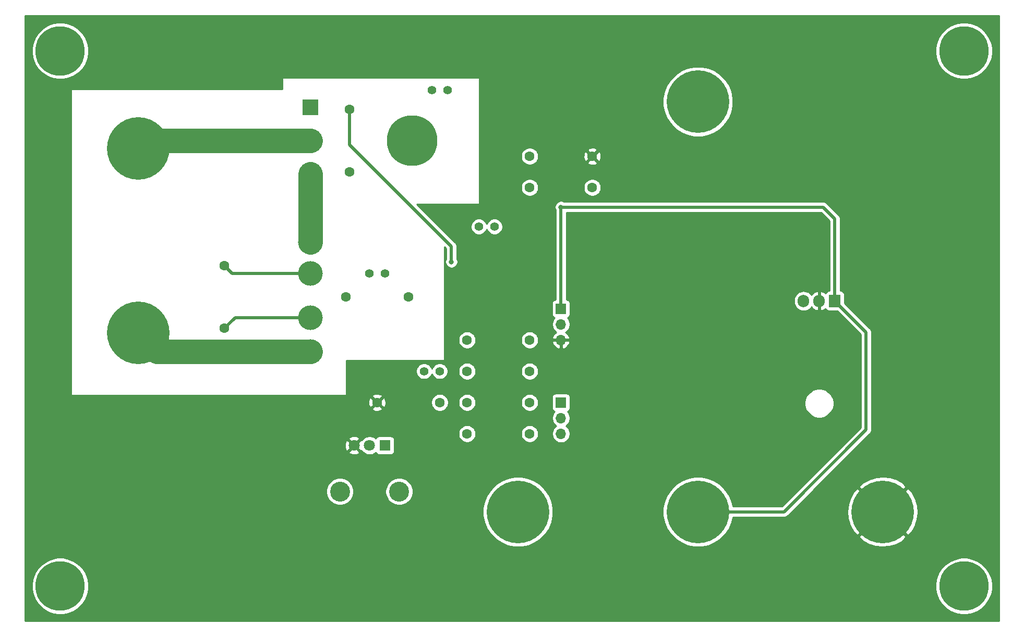
<source format=gbr>
%TF.GenerationSoftware,KiCad,Pcbnew,(5.1.7)-1*%
%TF.CreationDate,2022-02-05T15:55:05+01:00*%
%TF.ProjectId,Dev_Board,4465765f-426f-4617-9264-2e6b69636164,rev?*%
%TF.SameCoordinates,Original*%
%TF.FileFunction,Copper,L2,Bot*%
%TF.FilePolarity,Positive*%
%FSLAX46Y46*%
G04 Gerber Fmt 4.6, Leading zero omitted, Abs format (unit mm)*
G04 Created by KiCad (PCBNEW (5.1.7)-1) date 2022-02-05 15:55:05*
%MOMM*%
%LPD*%
G01*
G04 APERTURE LIST*
%TA.AperFunction,ComponentPad*%
%ADD10C,1.600000*%
%TD*%
%TA.AperFunction,ComponentPad*%
%ADD11C,4.000000*%
%TD*%
%TA.AperFunction,ComponentPad*%
%ADD12O,1.905000X2.000000*%
%TD*%
%TA.AperFunction,ComponentPad*%
%ADD13R,1.905000X2.000000*%
%TD*%
%TA.AperFunction,ComponentPad*%
%ADD14C,1.400000*%
%TD*%
%TA.AperFunction,ComponentPad*%
%ADD15O,1.700000X1.700000*%
%TD*%
%TA.AperFunction,ComponentPad*%
%ADD16R,1.700000X1.700000*%
%TD*%
%TA.AperFunction,ComponentPad*%
%ADD17C,10.160000*%
%TD*%
%TA.AperFunction,ComponentPad*%
%ADD18R,2.550000X2.550000*%
%TD*%
%TA.AperFunction,ComponentPad*%
%ADD19C,2.550000*%
%TD*%
%TA.AperFunction,ComponentPad*%
%ADD20R,1.800000X1.800000*%
%TD*%
%TA.AperFunction,ComponentPad*%
%ADD21C,1.800000*%
%TD*%
%TA.AperFunction,ComponentPad*%
%ADD22C,3.240000*%
%TD*%
%TA.AperFunction,ViaPad*%
%ADD23C,8.000000*%
%TD*%
%TA.AperFunction,ViaPad*%
%ADD24C,8.200000*%
%TD*%
%TA.AperFunction,ViaPad*%
%ADD25C,0.800000*%
%TD*%
%TA.AperFunction,Conductor*%
%ADD26C,4.000000*%
%TD*%
%TA.AperFunction,Conductor*%
%ADD27C,0.500000*%
%TD*%
%TA.AperFunction,Conductor*%
%ADD28C,2.000000*%
%TD*%
%TA.AperFunction,Conductor*%
%ADD29C,0.254000*%
%TD*%
%TA.AperFunction,Conductor*%
%ADD30C,0.100000*%
%TD*%
G04 APERTURE END LIST*
D10*
%TO.P,R9,2*%
%TO.N,GND*%
X127635000Y-106680000D03*
%TO.P,R9,1*%
%TO.N,Net-(IC1-Pad3)*%
X137795000Y-106680000D03*
%TD*%
%TO.P,R13,2*%
%TO.N,Net-(R13-Pad2)*%
X152400000Y-106680000D03*
%TO.P,R13,1*%
%TO.N,Net-(R12-Pad2)*%
X142240000Y-106680000D03*
%TD*%
%TO.P,R12,2*%
%TO.N,Net-(R12-Pad2)*%
X142240000Y-111760000D03*
%TO.P,R12,1*%
%TO.N,Net-(J3-Pad2)*%
X152400000Y-111760000D03*
%TD*%
D11*
%TO.P,R5,4*%
%TO.N,Net-(C1-Pad1)*%
X116840000Y-80645000D03*
%TO.P,R5,3*%
X116840000Y-85725000D03*
%TO.P,R5,2*%
%TO.N,GND*%
X116840000Y-92916000D03*
%TO.P,R5,1*%
X116840000Y-98425000D03*
%TD*%
D12*
%TO.P,U1,3*%
%TO.N,+5V*%
X196850000Y-90170000D03*
%TO.P,U1,2*%
%TO.N,GND*%
X199390000Y-90170000D03*
D13*
%TO.P,U1,1*%
%TO.N,+12V*%
X201930000Y-90170000D03*
%TD*%
D14*
%TO.P,TP4,2*%
%TO.N,N/C*%
X128905000Y-85725000D03*
%TO.P,TP4,1*%
%TO.N,Net-(C1-Pad1)*%
X126365000Y-85725000D03*
%TD*%
%TO.P,TP3,2*%
%TO.N,N/C*%
X146685000Y-78105000D03*
%TO.P,TP3,1*%
%TO.N,Net-(IC1-Pad2)*%
X144145000Y-78105000D03*
%TD*%
%TO.P,TP2,2*%
%TO.N,N/C*%
X139065000Y-55880000D03*
%TO.P,TP2,1*%
%TO.N,Net-(IC1-Pad6)*%
X136525000Y-55880000D03*
%TD*%
%TO.P,TP1,2*%
%TO.N,N/C*%
X135255000Y-101600000D03*
%TO.P,TP1,1*%
%TO.N,Net-(IC1-Pad3)*%
X137795000Y-101600000D03*
%TD*%
D15*
%TO.P,J1,3*%
%TO.N,GND*%
X157480000Y-96520000D03*
%TO.P,J1,2*%
%TO.N,Net-(J1-Pad2)*%
X157480000Y-93980000D03*
D16*
%TO.P,J1,1*%
%TO.N,+12V*%
X157480000Y-91440000D03*
%TD*%
D17*
%TO.P,J2,1*%
%TO.N,Net-(J2-Pad1)*%
X150495000Y-124460000D03*
%TD*%
D16*
%TO.P,J3,1*%
%TO.N,+5V*%
X157480000Y-106680000D03*
D15*
%TO.P,J3,2*%
%TO.N,Net-(J3-Pad2)*%
X157480000Y-109220000D03*
%TO.P,J3,3*%
%TO.N,Net-(J2-Pad1)*%
X157480000Y-111760000D03*
%TD*%
D17*
%TO.P,J4,1*%
%TO.N,Net-(J4-Pad1)*%
X88900000Y-65405000D03*
%TO.P,J4,2*%
%TO.N,GND*%
X88900000Y-95375000D03*
%TD*%
%TO.P,J5,1*%
%TO.N,Net-(IC2-Pad6)*%
X179705000Y-57785000D03*
%TD*%
%TO.P,J6,2*%
%TO.N,GND*%
X209675000Y-124460000D03*
%TO.P,J6,1*%
%TO.N,+12V*%
X179705000Y-124460000D03*
%TD*%
D18*
%TO.P,Q1,1*%
%TO.N,Net-(IC1-Pad6)*%
X116840000Y-58695000D03*
D19*
%TO.P,Q1,2*%
%TO.N,Net-(J4-Pad1)*%
X116840000Y-64135000D03*
%TO.P,Q1,3*%
%TO.N,Net-(C1-Pad1)*%
X116840000Y-69575000D03*
%TD*%
D10*
%TO.P,R1,2*%
%TO.N,Net-(IC1-Pad1)*%
X142240000Y-96520000D03*
%TO.P,R1,1*%
%TO.N,Net-(J1-Pad2)*%
X152400000Y-96520000D03*
%TD*%
%TO.P,R2,2*%
%TO.N,Net-(R2-Pad2)*%
X142240000Y-101600000D03*
%TO.P,R2,1*%
%TO.N,Net-(R13-Pad2)*%
X152400000Y-101600000D03*
%TD*%
%TO.P,R3,1*%
%TO.N,Net-(IC1-Pad6)*%
X123190000Y-59055000D03*
%TO.P,R3,2*%
%TO.N,GND*%
X123190000Y-69215000D03*
%TD*%
%TO.P,R4,1*%
%TO.N,Net-(IC1-Pad2)*%
X132715000Y-89535000D03*
%TO.P,R4,2*%
%TO.N,Net-(C1-Pad1)*%
X122555000Y-89535000D03*
%TD*%
%TO.P,R7,1*%
%TO.N,Net-(C1-Pad1)*%
X102870000Y-84455000D03*
%TO.P,R7,2*%
%TO.N,GND*%
X102870000Y-94615000D03*
%TD*%
%TO.P,R8,2*%
%TO.N,Net-(IC2-Pad6)*%
X162560000Y-71755000D03*
%TO.P,R8,1*%
%TO.N,Net-(IC2-Pad2)*%
X152400000Y-71755000D03*
%TD*%
%TO.P,R10,1*%
%TO.N,GND*%
X162560000Y-66675000D03*
%TO.P,R10,2*%
%TO.N,Net-(IC2-Pad2)*%
X152400000Y-66675000D03*
%TD*%
D20*
%TO.P,RV1,1*%
%TO.N,Net-(R2-Pad2)*%
X128905000Y-113665000D03*
D21*
%TO.P,RV1,2*%
%TO.N,Net-(IC1-Pad3)*%
X126405000Y-113665000D03*
%TO.P,RV1,3*%
%TO.N,GND*%
X123905000Y-113665000D03*
D22*
%TO.P,RV1,*%
%TO.N,*%
X121605000Y-121165000D03*
X131205000Y-121165000D03*
%TD*%
D23*
%TO.N,*%
X222885000Y-136525000D03*
X76200000Y-136525000D03*
X76200000Y-49530000D03*
X222885000Y-49530000D03*
D24*
X133350000Y-64135000D03*
D25*
%TO.N,GND*%
X155575000Y-104140000D03*
X160655000Y-73025000D03*
X154305000Y-73025000D03*
X164465000Y-67310000D03*
X164465000Y-66040000D03*
X124460000Y-53340000D03*
X122555000Y-53340000D03*
%TO.N,+12V*%
X157480000Y-74930000D03*
%TO.N,Net-(IC1-Pad6)*%
X139700000Y-83820000D03*
%TD*%
D26*
%TO.N,Net-(C1-Pad1)*%
X116840000Y-69575000D02*
X116840000Y-80645000D01*
D27*
X104140000Y-85725000D02*
X102870000Y-84455000D01*
X116840000Y-85725000D02*
X104140000Y-85725000D01*
D26*
%TO.N,GND*%
X91950000Y-98425000D02*
X88900000Y-95375000D01*
X116840000Y-98425000D02*
X91950000Y-98425000D01*
D27*
X104569000Y-92916000D02*
X102870000Y-94615000D01*
X116840000Y-92916000D02*
X104569000Y-92916000D01*
%TO.N,+12V*%
X201930000Y-90170000D02*
X201930000Y-76835000D01*
X201930000Y-76835000D02*
X200025000Y-74930000D01*
X200025000Y-74930000D02*
X175895000Y-74930000D01*
X175895000Y-74930000D02*
X157480000Y-74930000D01*
X157480000Y-91440000D02*
X157480000Y-74930000D01*
X207010000Y-95250000D02*
X201930000Y-90170000D01*
X207010000Y-111125000D02*
X207010000Y-95250000D01*
X193675000Y-124460000D02*
X207010000Y-111125000D01*
X179705000Y-124460000D02*
X193675000Y-124460000D01*
%TO.N,Net-(IC1-Pad6)*%
X117115000Y-58695000D02*
X116840000Y-58695000D01*
X139700000Y-83820000D02*
X139700000Y-81280000D01*
X123190000Y-64770000D02*
X123190000Y-59055000D01*
X139700000Y-81280000D02*
X123190000Y-64770000D01*
D28*
%TO.N,Net-(J4-Pad1)*%
X95250000Y-64135000D02*
X94615000Y-64135000D01*
D26*
X116840000Y-64135000D02*
X95250000Y-64135000D01*
X90170000Y-64135000D02*
X88900000Y-65405000D01*
X95250000Y-64135000D02*
X90170000Y-64135000D01*
%TD*%
D29*
%TO.N,GND*%
X228575001Y-142215000D02*
X70510000Y-142215000D01*
X70510000Y-136068492D01*
X71565000Y-136068492D01*
X71565000Y-136981508D01*
X71743120Y-137876980D01*
X72092516Y-138720496D01*
X72599760Y-139479640D01*
X73245360Y-140125240D01*
X74004504Y-140632484D01*
X74848020Y-140981880D01*
X75743492Y-141160000D01*
X76656508Y-141160000D01*
X77551980Y-140981880D01*
X78395496Y-140632484D01*
X79154640Y-140125240D01*
X79800240Y-139479640D01*
X80307484Y-138720496D01*
X80656880Y-137876980D01*
X80835000Y-136981508D01*
X80835000Y-136068492D01*
X218250000Y-136068492D01*
X218250000Y-136981508D01*
X218428120Y-137876980D01*
X218777516Y-138720496D01*
X219284760Y-139479640D01*
X219930360Y-140125240D01*
X220689504Y-140632484D01*
X221533020Y-140981880D01*
X222428492Y-141160000D01*
X223341508Y-141160000D01*
X224236980Y-140981880D01*
X225080496Y-140632484D01*
X225839640Y-140125240D01*
X226485240Y-139479640D01*
X226992484Y-138720496D01*
X227341880Y-137876980D01*
X227520000Y-136981508D01*
X227520000Y-136068492D01*
X227341880Y-135173020D01*
X226992484Y-134329504D01*
X226485240Y-133570360D01*
X225839640Y-132924760D01*
X225080496Y-132417516D01*
X224236980Y-132068120D01*
X223341508Y-131890000D01*
X222428492Y-131890000D01*
X221533020Y-132068120D01*
X220689504Y-132417516D01*
X219930360Y-132924760D01*
X219284760Y-133570360D01*
X218777516Y-134329504D01*
X218428120Y-135173020D01*
X218250000Y-136068492D01*
X80835000Y-136068492D01*
X80656880Y-135173020D01*
X80307484Y-134329504D01*
X79800240Y-133570360D01*
X79154640Y-132924760D01*
X78395496Y-132417516D01*
X77551980Y-132068120D01*
X76656508Y-131890000D01*
X75743492Y-131890000D01*
X74848020Y-132068120D01*
X74004504Y-132417516D01*
X73245360Y-132924760D01*
X72599760Y-133570360D01*
X72092516Y-134329504D01*
X71743120Y-135173020D01*
X71565000Y-136068492D01*
X70510000Y-136068492D01*
X70510000Y-123897122D01*
X144780000Y-123897122D01*
X144780000Y-125022878D01*
X144999625Y-126127004D01*
X145430433Y-127167067D01*
X146055870Y-128103100D01*
X146851900Y-128899130D01*
X147787933Y-129524567D01*
X148827996Y-129955375D01*
X149932122Y-130175000D01*
X151057878Y-130175000D01*
X152162004Y-129955375D01*
X153202067Y-129524567D01*
X154138100Y-128899130D01*
X154934130Y-128103100D01*
X155559567Y-127167067D01*
X155990375Y-126127004D01*
X156210000Y-125022878D01*
X156210000Y-123897122D01*
X155990375Y-122792996D01*
X155559567Y-121752933D01*
X154934130Y-120816900D01*
X154138100Y-120020870D01*
X153202067Y-119395433D01*
X152162004Y-118964625D01*
X151057878Y-118745000D01*
X149932122Y-118745000D01*
X148827996Y-118964625D01*
X147787933Y-119395433D01*
X146851900Y-120020870D01*
X146055870Y-120816900D01*
X145430433Y-121752933D01*
X144999625Y-122792996D01*
X144780000Y-123897122D01*
X70510000Y-123897122D01*
X70510000Y-120942902D01*
X119350000Y-120942902D01*
X119350000Y-121387098D01*
X119436658Y-121822759D01*
X119606645Y-122233143D01*
X119853427Y-122602479D01*
X120167521Y-122916573D01*
X120536857Y-123163355D01*
X120947241Y-123333342D01*
X121382902Y-123420000D01*
X121827098Y-123420000D01*
X122262759Y-123333342D01*
X122673143Y-123163355D01*
X123042479Y-122916573D01*
X123356573Y-122602479D01*
X123603355Y-122233143D01*
X123773342Y-121822759D01*
X123860000Y-121387098D01*
X123860000Y-120942902D01*
X128950000Y-120942902D01*
X128950000Y-121387098D01*
X129036658Y-121822759D01*
X129206645Y-122233143D01*
X129453427Y-122602479D01*
X129767521Y-122916573D01*
X130136857Y-123163355D01*
X130547241Y-123333342D01*
X130982902Y-123420000D01*
X131427098Y-123420000D01*
X131862759Y-123333342D01*
X132273143Y-123163355D01*
X132642479Y-122916573D01*
X132956573Y-122602479D01*
X133203355Y-122233143D01*
X133373342Y-121822759D01*
X133460000Y-121387098D01*
X133460000Y-120942902D01*
X133373342Y-120507241D01*
X133203355Y-120096857D01*
X132956573Y-119727521D01*
X132642479Y-119413427D01*
X132273143Y-119166645D01*
X131862759Y-118996658D01*
X131427098Y-118910000D01*
X130982902Y-118910000D01*
X130547241Y-118996658D01*
X130136857Y-119166645D01*
X129767521Y-119413427D01*
X129453427Y-119727521D01*
X129206645Y-120096857D01*
X129036658Y-120507241D01*
X128950000Y-120942902D01*
X123860000Y-120942902D01*
X123773342Y-120507241D01*
X123603355Y-120096857D01*
X123356573Y-119727521D01*
X123042479Y-119413427D01*
X122673143Y-119166645D01*
X122262759Y-118996658D01*
X121827098Y-118910000D01*
X121382902Y-118910000D01*
X120947241Y-118996658D01*
X120536857Y-119166645D01*
X120167521Y-119413427D01*
X119853427Y-119727521D01*
X119606645Y-120096857D01*
X119436658Y-120507241D01*
X119350000Y-120942902D01*
X70510000Y-120942902D01*
X70510000Y-114729080D01*
X123020525Y-114729080D01*
X123104208Y-114983261D01*
X123376775Y-115114158D01*
X123669642Y-115189365D01*
X123971553Y-115205991D01*
X124270907Y-115163397D01*
X124556199Y-115063222D01*
X124705792Y-114983261D01*
X124789475Y-114729080D01*
X123905000Y-113844605D01*
X123020525Y-114729080D01*
X70510000Y-114729080D01*
X70510000Y-113731553D01*
X122364009Y-113731553D01*
X122406603Y-114030907D01*
X122506778Y-114316199D01*
X122586739Y-114465792D01*
X122840920Y-114549475D01*
X123725395Y-113665000D01*
X124084605Y-113665000D01*
X124969080Y-114549475D01*
X125117262Y-114500690D01*
X125212688Y-114643505D01*
X125426495Y-114857312D01*
X125677905Y-115025299D01*
X125957257Y-115141011D01*
X126253816Y-115200000D01*
X126556184Y-115200000D01*
X126852743Y-115141011D01*
X127132095Y-115025299D01*
X127383505Y-114857312D01*
X127421120Y-114819697D01*
X127474463Y-114919494D01*
X127553815Y-115016185D01*
X127650506Y-115095537D01*
X127760820Y-115154502D01*
X127880518Y-115190812D01*
X128005000Y-115203072D01*
X129805000Y-115203072D01*
X129929482Y-115190812D01*
X130049180Y-115154502D01*
X130159494Y-115095537D01*
X130256185Y-115016185D01*
X130335537Y-114919494D01*
X130394502Y-114809180D01*
X130430812Y-114689482D01*
X130443072Y-114565000D01*
X130443072Y-112765000D01*
X130430812Y-112640518D01*
X130394502Y-112520820D01*
X130335537Y-112410506D01*
X130256185Y-112313815D01*
X130159494Y-112234463D01*
X130049180Y-112175498D01*
X129929482Y-112139188D01*
X129805000Y-112126928D01*
X128005000Y-112126928D01*
X127880518Y-112139188D01*
X127760820Y-112175498D01*
X127650506Y-112234463D01*
X127553815Y-112313815D01*
X127474463Y-112410506D01*
X127421120Y-112510303D01*
X127383505Y-112472688D01*
X127132095Y-112304701D01*
X126852743Y-112188989D01*
X126556184Y-112130000D01*
X126253816Y-112130000D01*
X125957257Y-112188989D01*
X125677905Y-112304701D01*
X125426495Y-112472688D01*
X125212688Y-112686495D01*
X125117262Y-112829310D01*
X124969080Y-112780525D01*
X124084605Y-113665000D01*
X123725395Y-113665000D01*
X122840920Y-112780525D01*
X122586739Y-112864208D01*
X122455842Y-113136775D01*
X122380635Y-113429642D01*
X122364009Y-113731553D01*
X70510000Y-113731553D01*
X70510000Y-112600920D01*
X123020525Y-112600920D01*
X123905000Y-113485395D01*
X124789475Y-112600920D01*
X124705792Y-112346739D01*
X124433225Y-112215842D01*
X124140358Y-112140635D01*
X123838447Y-112124009D01*
X123539093Y-112166603D01*
X123253801Y-112266778D01*
X123104208Y-112346739D01*
X123020525Y-112600920D01*
X70510000Y-112600920D01*
X70510000Y-111618665D01*
X140805000Y-111618665D01*
X140805000Y-111901335D01*
X140860147Y-112178574D01*
X140968320Y-112439727D01*
X141125363Y-112674759D01*
X141325241Y-112874637D01*
X141560273Y-113031680D01*
X141821426Y-113139853D01*
X142098665Y-113195000D01*
X142381335Y-113195000D01*
X142658574Y-113139853D01*
X142919727Y-113031680D01*
X143154759Y-112874637D01*
X143354637Y-112674759D01*
X143511680Y-112439727D01*
X143619853Y-112178574D01*
X143675000Y-111901335D01*
X143675000Y-111618665D01*
X150965000Y-111618665D01*
X150965000Y-111901335D01*
X151020147Y-112178574D01*
X151128320Y-112439727D01*
X151285363Y-112674759D01*
X151485241Y-112874637D01*
X151720273Y-113031680D01*
X151981426Y-113139853D01*
X152258665Y-113195000D01*
X152541335Y-113195000D01*
X152818574Y-113139853D01*
X153079727Y-113031680D01*
X153314759Y-112874637D01*
X153514637Y-112674759D01*
X153671680Y-112439727D01*
X153779853Y-112178574D01*
X153835000Y-111901335D01*
X153835000Y-111618665D01*
X153779853Y-111341426D01*
X153671680Y-111080273D01*
X153514637Y-110845241D01*
X153314759Y-110645363D01*
X153079727Y-110488320D01*
X152818574Y-110380147D01*
X152541335Y-110325000D01*
X152258665Y-110325000D01*
X151981426Y-110380147D01*
X151720273Y-110488320D01*
X151485241Y-110645363D01*
X151285363Y-110845241D01*
X151128320Y-111080273D01*
X151020147Y-111341426D01*
X150965000Y-111618665D01*
X143675000Y-111618665D01*
X143619853Y-111341426D01*
X143511680Y-111080273D01*
X143354637Y-110845241D01*
X143154759Y-110645363D01*
X142919727Y-110488320D01*
X142658574Y-110380147D01*
X142381335Y-110325000D01*
X142098665Y-110325000D01*
X141821426Y-110380147D01*
X141560273Y-110488320D01*
X141325241Y-110645363D01*
X141125363Y-110845241D01*
X140968320Y-111080273D01*
X140860147Y-111341426D01*
X140805000Y-111618665D01*
X70510000Y-111618665D01*
X70510000Y-107672702D01*
X126821903Y-107672702D01*
X126893486Y-107916671D01*
X127148996Y-108037571D01*
X127423184Y-108106300D01*
X127705512Y-108120217D01*
X127985130Y-108078787D01*
X128251292Y-107983603D01*
X128376514Y-107916671D01*
X128448097Y-107672702D01*
X127635000Y-106859605D01*
X126821903Y-107672702D01*
X70510000Y-107672702D01*
X70510000Y-106750512D01*
X126194783Y-106750512D01*
X126236213Y-107030130D01*
X126331397Y-107296292D01*
X126398329Y-107421514D01*
X126642298Y-107493097D01*
X127455395Y-106680000D01*
X127814605Y-106680000D01*
X128627702Y-107493097D01*
X128871671Y-107421514D01*
X128992571Y-107166004D01*
X129061300Y-106891816D01*
X129075217Y-106609488D01*
X129064724Y-106538665D01*
X136360000Y-106538665D01*
X136360000Y-106821335D01*
X136415147Y-107098574D01*
X136523320Y-107359727D01*
X136680363Y-107594759D01*
X136880241Y-107794637D01*
X137115273Y-107951680D01*
X137376426Y-108059853D01*
X137653665Y-108115000D01*
X137936335Y-108115000D01*
X138213574Y-108059853D01*
X138474727Y-107951680D01*
X138709759Y-107794637D01*
X138909637Y-107594759D01*
X139066680Y-107359727D01*
X139174853Y-107098574D01*
X139230000Y-106821335D01*
X139230000Y-106538665D01*
X140805000Y-106538665D01*
X140805000Y-106821335D01*
X140860147Y-107098574D01*
X140968320Y-107359727D01*
X141125363Y-107594759D01*
X141325241Y-107794637D01*
X141560273Y-107951680D01*
X141821426Y-108059853D01*
X142098665Y-108115000D01*
X142381335Y-108115000D01*
X142658574Y-108059853D01*
X142919727Y-107951680D01*
X143154759Y-107794637D01*
X143354637Y-107594759D01*
X143511680Y-107359727D01*
X143619853Y-107098574D01*
X143675000Y-106821335D01*
X143675000Y-106538665D01*
X150965000Y-106538665D01*
X150965000Y-106821335D01*
X151020147Y-107098574D01*
X151128320Y-107359727D01*
X151285363Y-107594759D01*
X151485241Y-107794637D01*
X151720273Y-107951680D01*
X151981426Y-108059853D01*
X152258665Y-108115000D01*
X152541335Y-108115000D01*
X152818574Y-108059853D01*
X153079727Y-107951680D01*
X153314759Y-107794637D01*
X153514637Y-107594759D01*
X153671680Y-107359727D01*
X153779853Y-107098574D01*
X153835000Y-106821335D01*
X153835000Y-106538665D01*
X153779853Y-106261426D01*
X153671680Y-106000273D01*
X153557908Y-105830000D01*
X155991928Y-105830000D01*
X155991928Y-107530000D01*
X156004188Y-107654482D01*
X156040498Y-107774180D01*
X156099463Y-107884494D01*
X156178815Y-107981185D01*
X156275506Y-108060537D01*
X156385820Y-108119502D01*
X156458380Y-108141513D01*
X156326525Y-108273368D01*
X156164010Y-108516589D01*
X156052068Y-108786842D01*
X155995000Y-109073740D01*
X155995000Y-109366260D01*
X156052068Y-109653158D01*
X156164010Y-109923411D01*
X156326525Y-110166632D01*
X156533368Y-110373475D01*
X156707760Y-110490000D01*
X156533368Y-110606525D01*
X156326525Y-110813368D01*
X156164010Y-111056589D01*
X156052068Y-111326842D01*
X155995000Y-111613740D01*
X155995000Y-111906260D01*
X156052068Y-112193158D01*
X156164010Y-112463411D01*
X156326525Y-112706632D01*
X156533368Y-112913475D01*
X156776589Y-113075990D01*
X157046842Y-113187932D01*
X157333740Y-113245000D01*
X157626260Y-113245000D01*
X157913158Y-113187932D01*
X158183411Y-113075990D01*
X158426632Y-112913475D01*
X158633475Y-112706632D01*
X158795990Y-112463411D01*
X158907932Y-112193158D01*
X158965000Y-111906260D01*
X158965000Y-111613740D01*
X158907932Y-111326842D01*
X158795990Y-111056589D01*
X158633475Y-110813368D01*
X158426632Y-110606525D01*
X158252240Y-110490000D01*
X158426632Y-110373475D01*
X158633475Y-110166632D01*
X158795990Y-109923411D01*
X158907932Y-109653158D01*
X158965000Y-109366260D01*
X158965000Y-109073740D01*
X158907932Y-108786842D01*
X158795990Y-108516589D01*
X158633475Y-108273368D01*
X158501620Y-108141513D01*
X158574180Y-108119502D01*
X158684494Y-108060537D01*
X158781185Y-107981185D01*
X158860537Y-107884494D01*
X158919502Y-107774180D01*
X158955812Y-107654482D01*
X158968072Y-107530000D01*
X158968072Y-106595098D01*
X197005000Y-106595098D01*
X197005000Y-107064902D01*
X197096654Y-107525679D01*
X197276440Y-107959721D01*
X197537450Y-108350349D01*
X197869651Y-108682550D01*
X198260279Y-108943560D01*
X198694321Y-109123346D01*
X199155098Y-109215000D01*
X199624902Y-109215000D01*
X200085679Y-109123346D01*
X200519721Y-108943560D01*
X200910349Y-108682550D01*
X201242550Y-108350349D01*
X201503560Y-107959721D01*
X201683346Y-107525679D01*
X201775000Y-107064902D01*
X201775000Y-106595098D01*
X201683346Y-106134321D01*
X201503560Y-105700279D01*
X201242550Y-105309651D01*
X200910349Y-104977450D01*
X200519721Y-104716440D01*
X200085679Y-104536654D01*
X199624902Y-104445000D01*
X199155098Y-104445000D01*
X198694321Y-104536654D01*
X198260279Y-104716440D01*
X197869651Y-104977450D01*
X197537450Y-105309651D01*
X197276440Y-105700279D01*
X197096654Y-106134321D01*
X197005000Y-106595098D01*
X158968072Y-106595098D01*
X158968072Y-105830000D01*
X158955812Y-105705518D01*
X158919502Y-105585820D01*
X158860537Y-105475506D01*
X158781185Y-105378815D01*
X158684494Y-105299463D01*
X158574180Y-105240498D01*
X158454482Y-105204188D01*
X158330000Y-105191928D01*
X156630000Y-105191928D01*
X156505518Y-105204188D01*
X156385820Y-105240498D01*
X156275506Y-105299463D01*
X156178815Y-105378815D01*
X156099463Y-105475506D01*
X156040498Y-105585820D01*
X156004188Y-105705518D01*
X155991928Y-105830000D01*
X153557908Y-105830000D01*
X153514637Y-105765241D01*
X153314759Y-105565363D01*
X153079727Y-105408320D01*
X152818574Y-105300147D01*
X152541335Y-105245000D01*
X152258665Y-105245000D01*
X151981426Y-105300147D01*
X151720273Y-105408320D01*
X151485241Y-105565363D01*
X151285363Y-105765241D01*
X151128320Y-106000273D01*
X151020147Y-106261426D01*
X150965000Y-106538665D01*
X143675000Y-106538665D01*
X143619853Y-106261426D01*
X143511680Y-106000273D01*
X143354637Y-105765241D01*
X143154759Y-105565363D01*
X142919727Y-105408320D01*
X142658574Y-105300147D01*
X142381335Y-105245000D01*
X142098665Y-105245000D01*
X141821426Y-105300147D01*
X141560273Y-105408320D01*
X141325241Y-105565363D01*
X141125363Y-105765241D01*
X140968320Y-106000273D01*
X140860147Y-106261426D01*
X140805000Y-106538665D01*
X139230000Y-106538665D01*
X139174853Y-106261426D01*
X139066680Y-106000273D01*
X138909637Y-105765241D01*
X138709759Y-105565363D01*
X138474727Y-105408320D01*
X138213574Y-105300147D01*
X137936335Y-105245000D01*
X137653665Y-105245000D01*
X137376426Y-105300147D01*
X137115273Y-105408320D01*
X136880241Y-105565363D01*
X136680363Y-105765241D01*
X136523320Y-106000273D01*
X136415147Y-106261426D01*
X136360000Y-106538665D01*
X129064724Y-106538665D01*
X129033787Y-106329870D01*
X128938603Y-106063708D01*
X128871671Y-105938486D01*
X128627702Y-105866903D01*
X127814605Y-106680000D01*
X127455395Y-106680000D01*
X126642298Y-105866903D01*
X126398329Y-105938486D01*
X126277429Y-106193996D01*
X126208700Y-106468184D01*
X126194783Y-106750512D01*
X70510000Y-106750512D01*
X70510000Y-105687298D01*
X126821903Y-105687298D01*
X127635000Y-106500395D01*
X128448097Y-105687298D01*
X128376514Y-105443329D01*
X128121004Y-105322429D01*
X127846816Y-105253700D01*
X127564488Y-105239783D01*
X127284870Y-105281213D01*
X127018708Y-105376397D01*
X126893486Y-105443329D01*
X126821903Y-105687298D01*
X70510000Y-105687298D01*
X70510000Y-55880000D01*
X77978000Y-55880000D01*
X77978000Y-105410000D01*
X77980440Y-105434776D01*
X77987667Y-105458601D01*
X77999403Y-105480557D01*
X78015197Y-105499803D01*
X78034443Y-105515597D01*
X78056399Y-105527333D01*
X78080224Y-105534560D01*
X78105000Y-105537000D01*
X122555000Y-105537000D01*
X122579776Y-105534560D01*
X122603601Y-105527333D01*
X122625557Y-105515597D01*
X122644803Y-105499803D01*
X122660597Y-105480557D01*
X122672333Y-105458601D01*
X122679560Y-105434776D01*
X122682000Y-105410000D01*
X122682000Y-101468514D01*
X133920000Y-101468514D01*
X133920000Y-101731486D01*
X133971304Y-101989405D01*
X134071939Y-102232359D01*
X134218038Y-102451013D01*
X134403987Y-102636962D01*
X134622641Y-102783061D01*
X134865595Y-102883696D01*
X135123514Y-102935000D01*
X135386486Y-102935000D01*
X135644405Y-102883696D01*
X135887359Y-102783061D01*
X136106013Y-102636962D01*
X136291962Y-102451013D01*
X136438061Y-102232359D01*
X136525000Y-102022470D01*
X136611939Y-102232359D01*
X136758038Y-102451013D01*
X136943987Y-102636962D01*
X137162641Y-102783061D01*
X137405595Y-102883696D01*
X137663514Y-102935000D01*
X137926486Y-102935000D01*
X138184405Y-102883696D01*
X138427359Y-102783061D01*
X138646013Y-102636962D01*
X138831962Y-102451013D01*
X138978061Y-102232359D01*
X139078696Y-101989405D01*
X139130000Y-101731486D01*
X139130000Y-101468514D01*
X139128041Y-101458665D01*
X140805000Y-101458665D01*
X140805000Y-101741335D01*
X140860147Y-102018574D01*
X140968320Y-102279727D01*
X141125363Y-102514759D01*
X141325241Y-102714637D01*
X141560273Y-102871680D01*
X141821426Y-102979853D01*
X142098665Y-103035000D01*
X142381335Y-103035000D01*
X142658574Y-102979853D01*
X142919727Y-102871680D01*
X143154759Y-102714637D01*
X143354637Y-102514759D01*
X143511680Y-102279727D01*
X143619853Y-102018574D01*
X143675000Y-101741335D01*
X143675000Y-101458665D01*
X150965000Y-101458665D01*
X150965000Y-101741335D01*
X151020147Y-102018574D01*
X151128320Y-102279727D01*
X151285363Y-102514759D01*
X151485241Y-102714637D01*
X151720273Y-102871680D01*
X151981426Y-102979853D01*
X152258665Y-103035000D01*
X152541335Y-103035000D01*
X152818574Y-102979853D01*
X153079727Y-102871680D01*
X153314759Y-102714637D01*
X153514637Y-102514759D01*
X153671680Y-102279727D01*
X153779853Y-102018574D01*
X153835000Y-101741335D01*
X153835000Y-101458665D01*
X153779853Y-101181426D01*
X153671680Y-100920273D01*
X153514637Y-100685241D01*
X153314759Y-100485363D01*
X153079727Y-100328320D01*
X152818574Y-100220147D01*
X152541335Y-100165000D01*
X152258665Y-100165000D01*
X151981426Y-100220147D01*
X151720273Y-100328320D01*
X151485241Y-100485363D01*
X151285363Y-100685241D01*
X151128320Y-100920273D01*
X151020147Y-101181426D01*
X150965000Y-101458665D01*
X143675000Y-101458665D01*
X143619853Y-101181426D01*
X143511680Y-100920273D01*
X143354637Y-100685241D01*
X143154759Y-100485363D01*
X142919727Y-100328320D01*
X142658574Y-100220147D01*
X142381335Y-100165000D01*
X142098665Y-100165000D01*
X141821426Y-100220147D01*
X141560273Y-100328320D01*
X141325241Y-100485363D01*
X141125363Y-100685241D01*
X140968320Y-100920273D01*
X140860147Y-101181426D01*
X140805000Y-101458665D01*
X139128041Y-101458665D01*
X139078696Y-101210595D01*
X138978061Y-100967641D01*
X138831962Y-100748987D01*
X138646013Y-100563038D01*
X138427359Y-100416939D01*
X138184405Y-100316304D01*
X137926486Y-100265000D01*
X137663514Y-100265000D01*
X137405595Y-100316304D01*
X137162641Y-100416939D01*
X136943987Y-100563038D01*
X136758038Y-100748987D01*
X136611939Y-100967641D01*
X136525000Y-101177530D01*
X136438061Y-100967641D01*
X136291962Y-100748987D01*
X136106013Y-100563038D01*
X135887359Y-100416939D01*
X135644405Y-100316304D01*
X135386486Y-100265000D01*
X135123514Y-100265000D01*
X134865595Y-100316304D01*
X134622641Y-100416939D01*
X134403987Y-100563038D01*
X134218038Y-100748987D01*
X134071939Y-100967641D01*
X133971304Y-101210595D01*
X133920000Y-101468514D01*
X122682000Y-101468514D01*
X122682000Y-99822000D01*
X138430000Y-99822000D01*
X138454776Y-99819560D01*
X138478601Y-99812333D01*
X138500557Y-99800597D01*
X138519803Y-99784803D01*
X138535597Y-99765557D01*
X138547333Y-99743601D01*
X138554560Y-99719776D01*
X138557000Y-99695000D01*
X138557000Y-96378665D01*
X140805000Y-96378665D01*
X140805000Y-96661335D01*
X140860147Y-96938574D01*
X140968320Y-97199727D01*
X141125363Y-97434759D01*
X141325241Y-97634637D01*
X141560273Y-97791680D01*
X141821426Y-97899853D01*
X142098665Y-97955000D01*
X142381335Y-97955000D01*
X142658574Y-97899853D01*
X142919727Y-97791680D01*
X143154759Y-97634637D01*
X143354637Y-97434759D01*
X143511680Y-97199727D01*
X143619853Y-96938574D01*
X143675000Y-96661335D01*
X143675000Y-96378665D01*
X150965000Y-96378665D01*
X150965000Y-96661335D01*
X151020147Y-96938574D01*
X151128320Y-97199727D01*
X151285363Y-97434759D01*
X151485241Y-97634637D01*
X151720273Y-97791680D01*
X151981426Y-97899853D01*
X152258665Y-97955000D01*
X152541335Y-97955000D01*
X152818574Y-97899853D01*
X153079727Y-97791680D01*
X153314759Y-97634637D01*
X153514637Y-97434759D01*
X153671680Y-97199727D01*
X153779853Y-96938574D01*
X153792122Y-96876890D01*
X156038524Y-96876890D01*
X156083175Y-97024099D01*
X156208359Y-97286920D01*
X156382412Y-97520269D01*
X156598645Y-97715178D01*
X156848748Y-97864157D01*
X157123109Y-97961481D01*
X157353000Y-97840814D01*
X157353000Y-96647000D01*
X157607000Y-96647000D01*
X157607000Y-97840814D01*
X157836891Y-97961481D01*
X158111252Y-97864157D01*
X158361355Y-97715178D01*
X158577588Y-97520269D01*
X158751641Y-97286920D01*
X158876825Y-97024099D01*
X158921476Y-96876890D01*
X158800155Y-96647000D01*
X157607000Y-96647000D01*
X157353000Y-96647000D01*
X156159845Y-96647000D01*
X156038524Y-96876890D01*
X153792122Y-96876890D01*
X153835000Y-96661335D01*
X153835000Y-96378665D01*
X153779853Y-96101426D01*
X153671680Y-95840273D01*
X153514637Y-95605241D01*
X153314759Y-95405363D01*
X153079727Y-95248320D01*
X152818574Y-95140147D01*
X152541335Y-95085000D01*
X152258665Y-95085000D01*
X151981426Y-95140147D01*
X151720273Y-95248320D01*
X151485241Y-95405363D01*
X151285363Y-95605241D01*
X151128320Y-95840273D01*
X151020147Y-96101426D01*
X150965000Y-96378665D01*
X143675000Y-96378665D01*
X143619853Y-96101426D01*
X143511680Y-95840273D01*
X143354637Y-95605241D01*
X143154759Y-95405363D01*
X142919727Y-95248320D01*
X142658574Y-95140147D01*
X142381335Y-95085000D01*
X142098665Y-95085000D01*
X141821426Y-95140147D01*
X141560273Y-95248320D01*
X141325241Y-95405363D01*
X141125363Y-95605241D01*
X140968320Y-95840273D01*
X140860147Y-96101426D01*
X140805000Y-96378665D01*
X138557000Y-96378665D01*
X138557000Y-90590000D01*
X155991928Y-90590000D01*
X155991928Y-92290000D01*
X156004188Y-92414482D01*
X156040498Y-92534180D01*
X156099463Y-92644494D01*
X156178815Y-92741185D01*
X156275506Y-92820537D01*
X156385820Y-92879502D01*
X156458380Y-92901513D01*
X156326525Y-93033368D01*
X156164010Y-93276589D01*
X156052068Y-93546842D01*
X155995000Y-93833740D01*
X155995000Y-94126260D01*
X156052068Y-94413158D01*
X156164010Y-94683411D01*
X156326525Y-94926632D01*
X156533368Y-95133475D01*
X156715534Y-95255195D01*
X156598645Y-95324822D01*
X156382412Y-95519731D01*
X156208359Y-95753080D01*
X156083175Y-96015901D01*
X156038524Y-96163110D01*
X156159845Y-96393000D01*
X157353000Y-96393000D01*
X157353000Y-96373000D01*
X157607000Y-96373000D01*
X157607000Y-96393000D01*
X158800155Y-96393000D01*
X158921476Y-96163110D01*
X158876825Y-96015901D01*
X158751641Y-95753080D01*
X158577588Y-95519731D01*
X158361355Y-95324822D01*
X158244466Y-95255195D01*
X158426632Y-95133475D01*
X158633475Y-94926632D01*
X158795990Y-94683411D01*
X158907932Y-94413158D01*
X158965000Y-94126260D01*
X158965000Y-93833740D01*
X158907932Y-93546842D01*
X158795990Y-93276589D01*
X158633475Y-93033368D01*
X158501620Y-92901513D01*
X158574180Y-92879502D01*
X158684494Y-92820537D01*
X158781185Y-92741185D01*
X158860537Y-92644494D01*
X158919502Y-92534180D01*
X158955812Y-92414482D01*
X158968072Y-92290000D01*
X158968072Y-90590000D01*
X158955812Y-90465518D01*
X158919502Y-90345820D01*
X158860537Y-90235506D01*
X158781185Y-90138815D01*
X158684494Y-90059463D01*
X158656527Y-90044514D01*
X195262500Y-90044514D01*
X195262500Y-90295485D01*
X195285470Y-90528703D01*
X195376245Y-90827948D01*
X195523655Y-91103734D01*
X195722037Y-91345463D01*
X195963765Y-91543845D01*
X196239551Y-91691255D01*
X196538796Y-91782030D01*
X196850000Y-91812681D01*
X197161203Y-91782030D01*
X197460448Y-91691255D01*
X197736234Y-91543845D01*
X197977963Y-91345463D01*
X198125163Y-91166101D01*
X198280563Y-91351315D01*
X198523077Y-91545969D01*
X198798906Y-91689571D01*
X199017020Y-91760563D01*
X199263000Y-91640594D01*
X199263000Y-90297000D01*
X199243000Y-90297000D01*
X199243000Y-90043000D01*
X199263000Y-90043000D01*
X199263000Y-88699406D01*
X199017020Y-88579437D01*
X198798906Y-88650429D01*
X198523077Y-88794031D01*
X198280563Y-88988685D01*
X198125162Y-89173900D01*
X197977963Y-88994537D01*
X197736235Y-88796155D01*
X197460449Y-88648745D01*
X197161204Y-88557970D01*
X196850000Y-88527319D01*
X196538797Y-88557970D01*
X196239552Y-88648745D01*
X195963766Y-88796155D01*
X195722037Y-88994537D01*
X195523655Y-89236265D01*
X195376245Y-89512051D01*
X195285470Y-89811296D01*
X195262500Y-90044514D01*
X158656527Y-90044514D01*
X158574180Y-90000498D01*
X158454482Y-89964188D01*
X158365000Y-89955375D01*
X158365000Y-75815000D01*
X199658422Y-75815000D01*
X201045001Y-77201580D01*
X201045000Y-88531928D01*
X200977500Y-88531928D01*
X200853018Y-88544188D01*
X200733320Y-88580498D01*
X200623006Y-88639463D01*
X200526315Y-88718815D01*
X200446963Y-88815506D01*
X200397941Y-88907219D01*
X200256923Y-88794031D01*
X199981094Y-88650429D01*
X199762980Y-88579437D01*
X199517000Y-88699406D01*
X199517000Y-90043000D01*
X199537000Y-90043000D01*
X199537000Y-90297000D01*
X199517000Y-90297000D01*
X199517000Y-91640594D01*
X199762980Y-91760563D01*
X199981094Y-91689571D01*
X200256923Y-91545969D01*
X200397941Y-91432781D01*
X200446963Y-91524494D01*
X200526315Y-91621185D01*
X200623006Y-91700537D01*
X200733320Y-91759502D01*
X200853018Y-91795812D01*
X200977500Y-91808072D01*
X202316494Y-91808072D01*
X206125001Y-95616580D01*
X206125000Y-110758421D01*
X193308422Y-123575000D01*
X185355926Y-123575000D01*
X185200375Y-122792996D01*
X184769567Y-121752933D01*
X184144130Y-120816900D01*
X183348100Y-120020870D01*
X182412067Y-119395433D01*
X181372004Y-118964625D01*
X180267878Y-118745000D01*
X179142122Y-118745000D01*
X178037996Y-118964625D01*
X176997933Y-119395433D01*
X176061900Y-120020870D01*
X175265870Y-120816900D01*
X174640433Y-121752933D01*
X174209625Y-122792996D01*
X173990000Y-123897122D01*
X173990000Y-125022878D01*
X174209625Y-126127004D01*
X174640433Y-127167067D01*
X175265870Y-128103100D01*
X176061900Y-128899130D01*
X176997933Y-129524567D01*
X178037996Y-129955375D01*
X179142122Y-130175000D01*
X180267878Y-130175000D01*
X181372004Y-129955375D01*
X182412067Y-129524567D01*
X183348100Y-128899130D01*
X183750034Y-128497196D01*
X205817409Y-128497196D01*
X206403124Y-129179416D01*
X207386704Y-129727045D01*
X208458223Y-130072265D01*
X209576501Y-130201808D01*
X210698565Y-130110697D01*
X211781294Y-129802433D01*
X212783079Y-129288863D01*
X212946876Y-129179416D01*
X213532591Y-128497196D01*
X209675000Y-124639605D01*
X205817409Y-128497196D01*
X183750034Y-128497196D01*
X184144130Y-128103100D01*
X184769567Y-127167067D01*
X185200375Y-126127004D01*
X185355926Y-125345000D01*
X193631531Y-125345000D01*
X193675000Y-125349281D01*
X193718469Y-125345000D01*
X193718477Y-125345000D01*
X193848490Y-125332195D01*
X194015313Y-125281589D01*
X194169059Y-125199411D01*
X194303817Y-125088817D01*
X194331534Y-125055044D01*
X195025077Y-124361501D01*
X203933192Y-124361501D01*
X204024303Y-125483565D01*
X204332567Y-126566294D01*
X204846137Y-127568079D01*
X204955584Y-127731876D01*
X205637804Y-128317591D01*
X209495395Y-124460000D01*
X209854605Y-124460000D01*
X213712196Y-128317591D01*
X214394416Y-127731876D01*
X214942045Y-126748296D01*
X215287265Y-125676777D01*
X215416808Y-124558499D01*
X215325697Y-123436435D01*
X215017433Y-122353706D01*
X214503863Y-121351921D01*
X214394416Y-121188124D01*
X213712196Y-120602409D01*
X209854605Y-124460000D01*
X209495395Y-124460000D01*
X205637804Y-120602409D01*
X204955584Y-121188124D01*
X204407955Y-122171704D01*
X204062735Y-123243223D01*
X203933192Y-124361501D01*
X195025077Y-124361501D01*
X198963774Y-120422804D01*
X205817409Y-120422804D01*
X209675000Y-124280395D01*
X213532591Y-120422804D01*
X212946876Y-119740584D01*
X211963296Y-119192955D01*
X210891777Y-118847735D01*
X209773499Y-118718192D01*
X208651435Y-118809303D01*
X207568706Y-119117567D01*
X206566921Y-119631137D01*
X206403124Y-119740584D01*
X205817409Y-120422804D01*
X198963774Y-120422804D01*
X207605051Y-111781528D01*
X207638817Y-111753817D01*
X207749411Y-111619059D01*
X207831589Y-111465313D01*
X207882195Y-111298490D01*
X207895000Y-111168477D01*
X207895000Y-111168469D01*
X207899281Y-111125000D01*
X207895000Y-111081531D01*
X207895000Y-95293469D01*
X207899281Y-95250000D01*
X207895000Y-95206531D01*
X207895000Y-95206523D01*
X207882195Y-95076510D01*
X207831589Y-94909687D01*
X207749411Y-94755941D01*
X207638817Y-94621183D01*
X207605049Y-94593470D01*
X203520572Y-90508994D01*
X203520572Y-89170000D01*
X203508312Y-89045518D01*
X203472002Y-88925820D01*
X203413037Y-88815506D01*
X203333685Y-88718815D01*
X203236994Y-88639463D01*
X203126680Y-88580498D01*
X203006982Y-88544188D01*
X202882500Y-88531928D01*
X202815000Y-88531928D01*
X202815000Y-76878469D01*
X202819281Y-76835000D01*
X202815000Y-76791531D01*
X202815000Y-76791523D01*
X202802195Y-76661510D01*
X202751589Y-76494687D01*
X202669411Y-76340941D01*
X202558817Y-76206183D01*
X202525049Y-76178470D01*
X200681534Y-74334956D01*
X200653817Y-74301183D01*
X200519059Y-74190589D01*
X200365313Y-74108411D01*
X200198490Y-74057805D01*
X200068477Y-74045000D01*
X200068469Y-74045000D01*
X200025000Y-74040719D01*
X199981531Y-74045000D01*
X158018454Y-74045000D01*
X157970256Y-74012795D01*
X157781898Y-73934774D01*
X157581939Y-73895000D01*
X157378061Y-73895000D01*
X157178102Y-73934774D01*
X156989744Y-74012795D01*
X156820226Y-74126063D01*
X156676063Y-74270226D01*
X156562795Y-74439744D01*
X156484774Y-74628102D01*
X156445000Y-74828061D01*
X156445000Y-75031939D01*
X156484774Y-75231898D01*
X156562795Y-75420256D01*
X156595001Y-75468456D01*
X156595000Y-89955375D01*
X156505518Y-89964188D01*
X156385820Y-90000498D01*
X156275506Y-90059463D01*
X156178815Y-90138815D01*
X156099463Y-90235506D01*
X156040498Y-90345820D01*
X156004188Y-90465518D01*
X155991928Y-90590000D01*
X138557000Y-90590000D01*
X138557000Y-81388579D01*
X138815001Y-81646580D01*
X138815000Y-83281545D01*
X138782795Y-83329744D01*
X138704774Y-83518102D01*
X138665000Y-83718061D01*
X138665000Y-83921939D01*
X138704774Y-84121898D01*
X138782795Y-84310256D01*
X138896063Y-84479774D01*
X139040226Y-84623937D01*
X139209744Y-84737205D01*
X139398102Y-84815226D01*
X139598061Y-84855000D01*
X139801939Y-84855000D01*
X140001898Y-84815226D01*
X140190256Y-84737205D01*
X140359774Y-84623937D01*
X140503937Y-84479774D01*
X140617205Y-84310256D01*
X140695226Y-84121898D01*
X140735000Y-83921939D01*
X140735000Y-83718061D01*
X140695226Y-83518102D01*
X140617205Y-83329744D01*
X140585000Y-83281546D01*
X140585000Y-81323469D01*
X140589281Y-81280000D01*
X140585000Y-81236531D01*
X140585000Y-81236523D01*
X140572195Y-81106510D01*
X140521589Y-80939687D01*
X140439411Y-80785941D01*
X140328817Y-80651183D01*
X140295049Y-80623470D01*
X137645093Y-77973514D01*
X142810000Y-77973514D01*
X142810000Y-78236486D01*
X142861304Y-78494405D01*
X142961939Y-78737359D01*
X143108038Y-78956013D01*
X143293987Y-79141962D01*
X143512641Y-79288061D01*
X143755595Y-79388696D01*
X144013514Y-79440000D01*
X144276486Y-79440000D01*
X144534405Y-79388696D01*
X144777359Y-79288061D01*
X144996013Y-79141962D01*
X145181962Y-78956013D01*
X145328061Y-78737359D01*
X145415000Y-78527470D01*
X145501939Y-78737359D01*
X145648038Y-78956013D01*
X145833987Y-79141962D01*
X146052641Y-79288061D01*
X146295595Y-79388696D01*
X146553514Y-79440000D01*
X146816486Y-79440000D01*
X147074405Y-79388696D01*
X147317359Y-79288061D01*
X147536013Y-79141962D01*
X147721962Y-78956013D01*
X147868061Y-78737359D01*
X147968696Y-78494405D01*
X148020000Y-78236486D01*
X148020000Y-77973514D01*
X147968696Y-77715595D01*
X147868061Y-77472641D01*
X147721962Y-77253987D01*
X147536013Y-77068038D01*
X147317359Y-76921939D01*
X147074405Y-76821304D01*
X146816486Y-76770000D01*
X146553514Y-76770000D01*
X146295595Y-76821304D01*
X146052641Y-76921939D01*
X145833987Y-77068038D01*
X145648038Y-77253987D01*
X145501939Y-77472641D01*
X145415000Y-77682530D01*
X145328061Y-77472641D01*
X145181962Y-77253987D01*
X144996013Y-77068038D01*
X144777359Y-76921939D01*
X144534405Y-76821304D01*
X144276486Y-76770000D01*
X144013514Y-76770000D01*
X143755595Y-76821304D01*
X143512641Y-76921939D01*
X143293987Y-77068038D01*
X143108038Y-77253987D01*
X142961939Y-77472641D01*
X142861304Y-77715595D01*
X142810000Y-77973514D01*
X137645093Y-77973514D01*
X134093579Y-74422000D01*
X144145000Y-74422000D01*
X144169776Y-74419560D01*
X144193601Y-74412333D01*
X144215557Y-74400597D01*
X144234803Y-74384803D01*
X144250597Y-74365557D01*
X144262333Y-74343601D01*
X144269560Y-74319776D01*
X144272000Y-74295000D01*
X144272000Y-71613665D01*
X150965000Y-71613665D01*
X150965000Y-71896335D01*
X151020147Y-72173574D01*
X151128320Y-72434727D01*
X151285363Y-72669759D01*
X151485241Y-72869637D01*
X151720273Y-73026680D01*
X151981426Y-73134853D01*
X152258665Y-73190000D01*
X152541335Y-73190000D01*
X152818574Y-73134853D01*
X153079727Y-73026680D01*
X153314759Y-72869637D01*
X153514637Y-72669759D01*
X153671680Y-72434727D01*
X153779853Y-72173574D01*
X153835000Y-71896335D01*
X153835000Y-71613665D01*
X161125000Y-71613665D01*
X161125000Y-71896335D01*
X161180147Y-72173574D01*
X161288320Y-72434727D01*
X161445363Y-72669759D01*
X161645241Y-72869637D01*
X161880273Y-73026680D01*
X162141426Y-73134853D01*
X162418665Y-73190000D01*
X162701335Y-73190000D01*
X162978574Y-73134853D01*
X163239727Y-73026680D01*
X163474759Y-72869637D01*
X163674637Y-72669759D01*
X163831680Y-72434727D01*
X163939853Y-72173574D01*
X163995000Y-71896335D01*
X163995000Y-71613665D01*
X163939853Y-71336426D01*
X163831680Y-71075273D01*
X163674637Y-70840241D01*
X163474759Y-70640363D01*
X163239727Y-70483320D01*
X162978574Y-70375147D01*
X162701335Y-70320000D01*
X162418665Y-70320000D01*
X162141426Y-70375147D01*
X161880273Y-70483320D01*
X161645241Y-70640363D01*
X161445363Y-70840241D01*
X161288320Y-71075273D01*
X161180147Y-71336426D01*
X161125000Y-71613665D01*
X153835000Y-71613665D01*
X153779853Y-71336426D01*
X153671680Y-71075273D01*
X153514637Y-70840241D01*
X153314759Y-70640363D01*
X153079727Y-70483320D01*
X152818574Y-70375147D01*
X152541335Y-70320000D01*
X152258665Y-70320000D01*
X151981426Y-70375147D01*
X151720273Y-70483320D01*
X151485241Y-70640363D01*
X151285363Y-70840241D01*
X151128320Y-71075273D01*
X151020147Y-71336426D01*
X150965000Y-71613665D01*
X144272000Y-71613665D01*
X144272000Y-66533665D01*
X150965000Y-66533665D01*
X150965000Y-66816335D01*
X151020147Y-67093574D01*
X151128320Y-67354727D01*
X151285363Y-67589759D01*
X151485241Y-67789637D01*
X151720273Y-67946680D01*
X151981426Y-68054853D01*
X152258665Y-68110000D01*
X152541335Y-68110000D01*
X152818574Y-68054853D01*
X153079727Y-67946680D01*
X153314759Y-67789637D01*
X153436694Y-67667702D01*
X161746903Y-67667702D01*
X161818486Y-67911671D01*
X162073996Y-68032571D01*
X162348184Y-68101300D01*
X162630512Y-68115217D01*
X162910130Y-68073787D01*
X163176292Y-67978603D01*
X163301514Y-67911671D01*
X163373097Y-67667702D01*
X162560000Y-66854605D01*
X161746903Y-67667702D01*
X153436694Y-67667702D01*
X153514637Y-67589759D01*
X153671680Y-67354727D01*
X153779853Y-67093574D01*
X153835000Y-66816335D01*
X153835000Y-66745512D01*
X161119783Y-66745512D01*
X161161213Y-67025130D01*
X161256397Y-67291292D01*
X161323329Y-67416514D01*
X161567298Y-67488097D01*
X162380395Y-66675000D01*
X162739605Y-66675000D01*
X163552702Y-67488097D01*
X163796671Y-67416514D01*
X163917571Y-67161004D01*
X163986300Y-66886816D01*
X164000217Y-66604488D01*
X163958787Y-66324870D01*
X163863603Y-66058708D01*
X163796671Y-65933486D01*
X163552702Y-65861903D01*
X162739605Y-66675000D01*
X162380395Y-66675000D01*
X161567298Y-65861903D01*
X161323329Y-65933486D01*
X161202429Y-66188996D01*
X161133700Y-66463184D01*
X161119783Y-66745512D01*
X153835000Y-66745512D01*
X153835000Y-66533665D01*
X153779853Y-66256426D01*
X153671680Y-65995273D01*
X153514637Y-65760241D01*
X153436694Y-65682298D01*
X161746903Y-65682298D01*
X162560000Y-66495395D01*
X163373097Y-65682298D01*
X163301514Y-65438329D01*
X163046004Y-65317429D01*
X162771816Y-65248700D01*
X162489488Y-65234783D01*
X162209870Y-65276213D01*
X161943708Y-65371397D01*
X161818486Y-65438329D01*
X161746903Y-65682298D01*
X153436694Y-65682298D01*
X153314759Y-65560363D01*
X153079727Y-65403320D01*
X152818574Y-65295147D01*
X152541335Y-65240000D01*
X152258665Y-65240000D01*
X151981426Y-65295147D01*
X151720273Y-65403320D01*
X151485241Y-65560363D01*
X151285363Y-65760241D01*
X151128320Y-65995273D01*
X151020147Y-66256426D01*
X150965000Y-66533665D01*
X144272000Y-66533665D01*
X144272000Y-57222122D01*
X173990000Y-57222122D01*
X173990000Y-58347878D01*
X174209625Y-59452004D01*
X174640433Y-60492067D01*
X175265870Y-61428100D01*
X176061900Y-62224130D01*
X176997933Y-62849567D01*
X178037996Y-63280375D01*
X179142122Y-63500000D01*
X180267878Y-63500000D01*
X181372004Y-63280375D01*
X182412067Y-62849567D01*
X183348100Y-62224130D01*
X184144130Y-61428100D01*
X184769567Y-60492067D01*
X185200375Y-59452004D01*
X185420000Y-58347878D01*
X185420000Y-57222122D01*
X185200375Y-56117996D01*
X184769567Y-55077933D01*
X184144130Y-54141900D01*
X183348100Y-53345870D01*
X182412067Y-52720433D01*
X181372004Y-52289625D01*
X180267878Y-52070000D01*
X179142122Y-52070000D01*
X178037996Y-52289625D01*
X176997933Y-52720433D01*
X176061900Y-53345870D01*
X175265870Y-54141900D01*
X174640433Y-55077933D01*
X174209625Y-56117996D01*
X173990000Y-57222122D01*
X144272000Y-57222122D01*
X144272000Y-53975000D01*
X144269560Y-53950224D01*
X144262333Y-53926399D01*
X144250597Y-53904443D01*
X144234803Y-53885197D01*
X144215557Y-53869403D01*
X144193601Y-53857667D01*
X144169776Y-53850440D01*
X144145000Y-53848000D01*
X112395000Y-53848000D01*
X112370224Y-53850440D01*
X112346399Y-53857667D01*
X112324443Y-53869403D01*
X112305197Y-53885197D01*
X112289403Y-53904443D01*
X112277667Y-53926399D01*
X112270440Y-53950224D01*
X112268000Y-53975000D01*
X112268000Y-55753000D01*
X78105000Y-55753000D01*
X78080224Y-55755440D01*
X78056399Y-55762667D01*
X78034443Y-55774403D01*
X78015197Y-55790197D01*
X77999403Y-55809443D01*
X77987667Y-55831399D01*
X77980440Y-55855224D01*
X77978000Y-55880000D01*
X70510000Y-55880000D01*
X70510000Y-49073492D01*
X71565000Y-49073492D01*
X71565000Y-49986508D01*
X71743120Y-50881980D01*
X72092516Y-51725496D01*
X72599760Y-52484640D01*
X73245360Y-53130240D01*
X74004504Y-53637484D01*
X74848020Y-53986880D01*
X75743492Y-54165000D01*
X76656508Y-54165000D01*
X77551980Y-53986880D01*
X78395496Y-53637484D01*
X79154640Y-53130240D01*
X79800240Y-52484640D01*
X80307484Y-51725496D01*
X80656880Y-50881980D01*
X80835000Y-49986508D01*
X80835000Y-49073492D01*
X218250000Y-49073492D01*
X218250000Y-49986508D01*
X218428120Y-50881980D01*
X218777516Y-51725496D01*
X219284760Y-52484640D01*
X219930360Y-53130240D01*
X220689504Y-53637484D01*
X221533020Y-53986880D01*
X222428492Y-54165000D01*
X223341508Y-54165000D01*
X224236980Y-53986880D01*
X225080496Y-53637484D01*
X225839640Y-53130240D01*
X226485240Y-52484640D01*
X226992484Y-51725496D01*
X227341880Y-50881980D01*
X227520000Y-49986508D01*
X227520000Y-49073492D01*
X227341880Y-48178020D01*
X226992484Y-47334504D01*
X226485240Y-46575360D01*
X225839640Y-45929760D01*
X225080496Y-45422516D01*
X224236980Y-45073120D01*
X223341508Y-44895000D01*
X222428492Y-44895000D01*
X221533020Y-45073120D01*
X220689504Y-45422516D01*
X219930360Y-45929760D01*
X219284760Y-46575360D01*
X218777516Y-47334504D01*
X218428120Y-48178020D01*
X218250000Y-49073492D01*
X80835000Y-49073492D01*
X80656880Y-48178020D01*
X80307484Y-47334504D01*
X79800240Y-46575360D01*
X79154640Y-45929760D01*
X78395496Y-45422516D01*
X77551980Y-45073120D01*
X76656508Y-44895000D01*
X75743492Y-44895000D01*
X74848020Y-45073120D01*
X74004504Y-45422516D01*
X73245360Y-45929760D01*
X72599760Y-46575360D01*
X72092516Y-47334504D01*
X71743120Y-48178020D01*
X71565000Y-49073492D01*
X70510000Y-49073492D01*
X70510000Y-43840000D01*
X228575000Y-43840000D01*
X228575001Y-142215000D01*
%TA.AperFunction,Conductor*%
D30*
G36*
X228575001Y-142215000D02*
G01*
X70510000Y-142215000D01*
X70510000Y-136068492D01*
X71565000Y-136068492D01*
X71565000Y-136981508D01*
X71743120Y-137876980D01*
X72092516Y-138720496D01*
X72599760Y-139479640D01*
X73245360Y-140125240D01*
X74004504Y-140632484D01*
X74848020Y-140981880D01*
X75743492Y-141160000D01*
X76656508Y-141160000D01*
X77551980Y-140981880D01*
X78395496Y-140632484D01*
X79154640Y-140125240D01*
X79800240Y-139479640D01*
X80307484Y-138720496D01*
X80656880Y-137876980D01*
X80835000Y-136981508D01*
X80835000Y-136068492D01*
X218250000Y-136068492D01*
X218250000Y-136981508D01*
X218428120Y-137876980D01*
X218777516Y-138720496D01*
X219284760Y-139479640D01*
X219930360Y-140125240D01*
X220689504Y-140632484D01*
X221533020Y-140981880D01*
X222428492Y-141160000D01*
X223341508Y-141160000D01*
X224236980Y-140981880D01*
X225080496Y-140632484D01*
X225839640Y-140125240D01*
X226485240Y-139479640D01*
X226992484Y-138720496D01*
X227341880Y-137876980D01*
X227520000Y-136981508D01*
X227520000Y-136068492D01*
X227341880Y-135173020D01*
X226992484Y-134329504D01*
X226485240Y-133570360D01*
X225839640Y-132924760D01*
X225080496Y-132417516D01*
X224236980Y-132068120D01*
X223341508Y-131890000D01*
X222428492Y-131890000D01*
X221533020Y-132068120D01*
X220689504Y-132417516D01*
X219930360Y-132924760D01*
X219284760Y-133570360D01*
X218777516Y-134329504D01*
X218428120Y-135173020D01*
X218250000Y-136068492D01*
X80835000Y-136068492D01*
X80656880Y-135173020D01*
X80307484Y-134329504D01*
X79800240Y-133570360D01*
X79154640Y-132924760D01*
X78395496Y-132417516D01*
X77551980Y-132068120D01*
X76656508Y-131890000D01*
X75743492Y-131890000D01*
X74848020Y-132068120D01*
X74004504Y-132417516D01*
X73245360Y-132924760D01*
X72599760Y-133570360D01*
X72092516Y-134329504D01*
X71743120Y-135173020D01*
X71565000Y-136068492D01*
X70510000Y-136068492D01*
X70510000Y-123897122D01*
X144780000Y-123897122D01*
X144780000Y-125022878D01*
X144999625Y-126127004D01*
X145430433Y-127167067D01*
X146055870Y-128103100D01*
X146851900Y-128899130D01*
X147787933Y-129524567D01*
X148827996Y-129955375D01*
X149932122Y-130175000D01*
X151057878Y-130175000D01*
X152162004Y-129955375D01*
X153202067Y-129524567D01*
X154138100Y-128899130D01*
X154934130Y-128103100D01*
X155559567Y-127167067D01*
X155990375Y-126127004D01*
X156210000Y-125022878D01*
X156210000Y-123897122D01*
X155990375Y-122792996D01*
X155559567Y-121752933D01*
X154934130Y-120816900D01*
X154138100Y-120020870D01*
X153202067Y-119395433D01*
X152162004Y-118964625D01*
X151057878Y-118745000D01*
X149932122Y-118745000D01*
X148827996Y-118964625D01*
X147787933Y-119395433D01*
X146851900Y-120020870D01*
X146055870Y-120816900D01*
X145430433Y-121752933D01*
X144999625Y-122792996D01*
X144780000Y-123897122D01*
X70510000Y-123897122D01*
X70510000Y-120942902D01*
X119350000Y-120942902D01*
X119350000Y-121387098D01*
X119436658Y-121822759D01*
X119606645Y-122233143D01*
X119853427Y-122602479D01*
X120167521Y-122916573D01*
X120536857Y-123163355D01*
X120947241Y-123333342D01*
X121382902Y-123420000D01*
X121827098Y-123420000D01*
X122262759Y-123333342D01*
X122673143Y-123163355D01*
X123042479Y-122916573D01*
X123356573Y-122602479D01*
X123603355Y-122233143D01*
X123773342Y-121822759D01*
X123860000Y-121387098D01*
X123860000Y-120942902D01*
X128950000Y-120942902D01*
X128950000Y-121387098D01*
X129036658Y-121822759D01*
X129206645Y-122233143D01*
X129453427Y-122602479D01*
X129767521Y-122916573D01*
X130136857Y-123163355D01*
X130547241Y-123333342D01*
X130982902Y-123420000D01*
X131427098Y-123420000D01*
X131862759Y-123333342D01*
X132273143Y-123163355D01*
X132642479Y-122916573D01*
X132956573Y-122602479D01*
X133203355Y-122233143D01*
X133373342Y-121822759D01*
X133460000Y-121387098D01*
X133460000Y-120942902D01*
X133373342Y-120507241D01*
X133203355Y-120096857D01*
X132956573Y-119727521D01*
X132642479Y-119413427D01*
X132273143Y-119166645D01*
X131862759Y-118996658D01*
X131427098Y-118910000D01*
X130982902Y-118910000D01*
X130547241Y-118996658D01*
X130136857Y-119166645D01*
X129767521Y-119413427D01*
X129453427Y-119727521D01*
X129206645Y-120096857D01*
X129036658Y-120507241D01*
X128950000Y-120942902D01*
X123860000Y-120942902D01*
X123773342Y-120507241D01*
X123603355Y-120096857D01*
X123356573Y-119727521D01*
X123042479Y-119413427D01*
X122673143Y-119166645D01*
X122262759Y-118996658D01*
X121827098Y-118910000D01*
X121382902Y-118910000D01*
X120947241Y-118996658D01*
X120536857Y-119166645D01*
X120167521Y-119413427D01*
X119853427Y-119727521D01*
X119606645Y-120096857D01*
X119436658Y-120507241D01*
X119350000Y-120942902D01*
X70510000Y-120942902D01*
X70510000Y-114729080D01*
X123020525Y-114729080D01*
X123104208Y-114983261D01*
X123376775Y-115114158D01*
X123669642Y-115189365D01*
X123971553Y-115205991D01*
X124270907Y-115163397D01*
X124556199Y-115063222D01*
X124705792Y-114983261D01*
X124789475Y-114729080D01*
X123905000Y-113844605D01*
X123020525Y-114729080D01*
X70510000Y-114729080D01*
X70510000Y-113731553D01*
X122364009Y-113731553D01*
X122406603Y-114030907D01*
X122506778Y-114316199D01*
X122586739Y-114465792D01*
X122840920Y-114549475D01*
X123725395Y-113665000D01*
X124084605Y-113665000D01*
X124969080Y-114549475D01*
X125117262Y-114500690D01*
X125212688Y-114643505D01*
X125426495Y-114857312D01*
X125677905Y-115025299D01*
X125957257Y-115141011D01*
X126253816Y-115200000D01*
X126556184Y-115200000D01*
X126852743Y-115141011D01*
X127132095Y-115025299D01*
X127383505Y-114857312D01*
X127421120Y-114819697D01*
X127474463Y-114919494D01*
X127553815Y-115016185D01*
X127650506Y-115095537D01*
X127760820Y-115154502D01*
X127880518Y-115190812D01*
X128005000Y-115203072D01*
X129805000Y-115203072D01*
X129929482Y-115190812D01*
X130049180Y-115154502D01*
X130159494Y-115095537D01*
X130256185Y-115016185D01*
X130335537Y-114919494D01*
X130394502Y-114809180D01*
X130430812Y-114689482D01*
X130443072Y-114565000D01*
X130443072Y-112765000D01*
X130430812Y-112640518D01*
X130394502Y-112520820D01*
X130335537Y-112410506D01*
X130256185Y-112313815D01*
X130159494Y-112234463D01*
X130049180Y-112175498D01*
X129929482Y-112139188D01*
X129805000Y-112126928D01*
X128005000Y-112126928D01*
X127880518Y-112139188D01*
X127760820Y-112175498D01*
X127650506Y-112234463D01*
X127553815Y-112313815D01*
X127474463Y-112410506D01*
X127421120Y-112510303D01*
X127383505Y-112472688D01*
X127132095Y-112304701D01*
X126852743Y-112188989D01*
X126556184Y-112130000D01*
X126253816Y-112130000D01*
X125957257Y-112188989D01*
X125677905Y-112304701D01*
X125426495Y-112472688D01*
X125212688Y-112686495D01*
X125117262Y-112829310D01*
X124969080Y-112780525D01*
X124084605Y-113665000D01*
X123725395Y-113665000D01*
X122840920Y-112780525D01*
X122586739Y-112864208D01*
X122455842Y-113136775D01*
X122380635Y-113429642D01*
X122364009Y-113731553D01*
X70510000Y-113731553D01*
X70510000Y-112600920D01*
X123020525Y-112600920D01*
X123905000Y-113485395D01*
X124789475Y-112600920D01*
X124705792Y-112346739D01*
X124433225Y-112215842D01*
X124140358Y-112140635D01*
X123838447Y-112124009D01*
X123539093Y-112166603D01*
X123253801Y-112266778D01*
X123104208Y-112346739D01*
X123020525Y-112600920D01*
X70510000Y-112600920D01*
X70510000Y-111618665D01*
X140805000Y-111618665D01*
X140805000Y-111901335D01*
X140860147Y-112178574D01*
X140968320Y-112439727D01*
X141125363Y-112674759D01*
X141325241Y-112874637D01*
X141560273Y-113031680D01*
X141821426Y-113139853D01*
X142098665Y-113195000D01*
X142381335Y-113195000D01*
X142658574Y-113139853D01*
X142919727Y-113031680D01*
X143154759Y-112874637D01*
X143354637Y-112674759D01*
X143511680Y-112439727D01*
X143619853Y-112178574D01*
X143675000Y-111901335D01*
X143675000Y-111618665D01*
X150965000Y-111618665D01*
X150965000Y-111901335D01*
X151020147Y-112178574D01*
X151128320Y-112439727D01*
X151285363Y-112674759D01*
X151485241Y-112874637D01*
X151720273Y-113031680D01*
X151981426Y-113139853D01*
X152258665Y-113195000D01*
X152541335Y-113195000D01*
X152818574Y-113139853D01*
X153079727Y-113031680D01*
X153314759Y-112874637D01*
X153514637Y-112674759D01*
X153671680Y-112439727D01*
X153779853Y-112178574D01*
X153835000Y-111901335D01*
X153835000Y-111618665D01*
X153779853Y-111341426D01*
X153671680Y-111080273D01*
X153514637Y-110845241D01*
X153314759Y-110645363D01*
X153079727Y-110488320D01*
X152818574Y-110380147D01*
X152541335Y-110325000D01*
X152258665Y-110325000D01*
X151981426Y-110380147D01*
X151720273Y-110488320D01*
X151485241Y-110645363D01*
X151285363Y-110845241D01*
X151128320Y-111080273D01*
X151020147Y-111341426D01*
X150965000Y-111618665D01*
X143675000Y-111618665D01*
X143619853Y-111341426D01*
X143511680Y-111080273D01*
X143354637Y-110845241D01*
X143154759Y-110645363D01*
X142919727Y-110488320D01*
X142658574Y-110380147D01*
X142381335Y-110325000D01*
X142098665Y-110325000D01*
X141821426Y-110380147D01*
X141560273Y-110488320D01*
X141325241Y-110645363D01*
X141125363Y-110845241D01*
X140968320Y-111080273D01*
X140860147Y-111341426D01*
X140805000Y-111618665D01*
X70510000Y-111618665D01*
X70510000Y-107672702D01*
X126821903Y-107672702D01*
X126893486Y-107916671D01*
X127148996Y-108037571D01*
X127423184Y-108106300D01*
X127705512Y-108120217D01*
X127985130Y-108078787D01*
X128251292Y-107983603D01*
X128376514Y-107916671D01*
X128448097Y-107672702D01*
X127635000Y-106859605D01*
X126821903Y-107672702D01*
X70510000Y-107672702D01*
X70510000Y-106750512D01*
X126194783Y-106750512D01*
X126236213Y-107030130D01*
X126331397Y-107296292D01*
X126398329Y-107421514D01*
X126642298Y-107493097D01*
X127455395Y-106680000D01*
X127814605Y-106680000D01*
X128627702Y-107493097D01*
X128871671Y-107421514D01*
X128992571Y-107166004D01*
X129061300Y-106891816D01*
X129075217Y-106609488D01*
X129064724Y-106538665D01*
X136360000Y-106538665D01*
X136360000Y-106821335D01*
X136415147Y-107098574D01*
X136523320Y-107359727D01*
X136680363Y-107594759D01*
X136880241Y-107794637D01*
X137115273Y-107951680D01*
X137376426Y-108059853D01*
X137653665Y-108115000D01*
X137936335Y-108115000D01*
X138213574Y-108059853D01*
X138474727Y-107951680D01*
X138709759Y-107794637D01*
X138909637Y-107594759D01*
X139066680Y-107359727D01*
X139174853Y-107098574D01*
X139230000Y-106821335D01*
X139230000Y-106538665D01*
X140805000Y-106538665D01*
X140805000Y-106821335D01*
X140860147Y-107098574D01*
X140968320Y-107359727D01*
X141125363Y-107594759D01*
X141325241Y-107794637D01*
X141560273Y-107951680D01*
X141821426Y-108059853D01*
X142098665Y-108115000D01*
X142381335Y-108115000D01*
X142658574Y-108059853D01*
X142919727Y-107951680D01*
X143154759Y-107794637D01*
X143354637Y-107594759D01*
X143511680Y-107359727D01*
X143619853Y-107098574D01*
X143675000Y-106821335D01*
X143675000Y-106538665D01*
X150965000Y-106538665D01*
X150965000Y-106821335D01*
X151020147Y-107098574D01*
X151128320Y-107359727D01*
X151285363Y-107594759D01*
X151485241Y-107794637D01*
X151720273Y-107951680D01*
X151981426Y-108059853D01*
X152258665Y-108115000D01*
X152541335Y-108115000D01*
X152818574Y-108059853D01*
X153079727Y-107951680D01*
X153314759Y-107794637D01*
X153514637Y-107594759D01*
X153671680Y-107359727D01*
X153779853Y-107098574D01*
X153835000Y-106821335D01*
X153835000Y-106538665D01*
X153779853Y-106261426D01*
X153671680Y-106000273D01*
X153557908Y-105830000D01*
X155991928Y-105830000D01*
X155991928Y-107530000D01*
X156004188Y-107654482D01*
X156040498Y-107774180D01*
X156099463Y-107884494D01*
X156178815Y-107981185D01*
X156275506Y-108060537D01*
X156385820Y-108119502D01*
X156458380Y-108141513D01*
X156326525Y-108273368D01*
X156164010Y-108516589D01*
X156052068Y-108786842D01*
X155995000Y-109073740D01*
X155995000Y-109366260D01*
X156052068Y-109653158D01*
X156164010Y-109923411D01*
X156326525Y-110166632D01*
X156533368Y-110373475D01*
X156707760Y-110490000D01*
X156533368Y-110606525D01*
X156326525Y-110813368D01*
X156164010Y-111056589D01*
X156052068Y-111326842D01*
X155995000Y-111613740D01*
X155995000Y-111906260D01*
X156052068Y-112193158D01*
X156164010Y-112463411D01*
X156326525Y-112706632D01*
X156533368Y-112913475D01*
X156776589Y-113075990D01*
X157046842Y-113187932D01*
X157333740Y-113245000D01*
X157626260Y-113245000D01*
X157913158Y-113187932D01*
X158183411Y-113075990D01*
X158426632Y-112913475D01*
X158633475Y-112706632D01*
X158795990Y-112463411D01*
X158907932Y-112193158D01*
X158965000Y-111906260D01*
X158965000Y-111613740D01*
X158907932Y-111326842D01*
X158795990Y-111056589D01*
X158633475Y-110813368D01*
X158426632Y-110606525D01*
X158252240Y-110490000D01*
X158426632Y-110373475D01*
X158633475Y-110166632D01*
X158795990Y-109923411D01*
X158907932Y-109653158D01*
X158965000Y-109366260D01*
X158965000Y-109073740D01*
X158907932Y-108786842D01*
X158795990Y-108516589D01*
X158633475Y-108273368D01*
X158501620Y-108141513D01*
X158574180Y-108119502D01*
X158684494Y-108060537D01*
X158781185Y-107981185D01*
X158860537Y-107884494D01*
X158919502Y-107774180D01*
X158955812Y-107654482D01*
X158968072Y-107530000D01*
X158968072Y-106595098D01*
X197005000Y-106595098D01*
X197005000Y-107064902D01*
X197096654Y-107525679D01*
X197276440Y-107959721D01*
X197537450Y-108350349D01*
X197869651Y-108682550D01*
X198260279Y-108943560D01*
X198694321Y-109123346D01*
X199155098Y-109215000D01*
X199624902Y-109215000D01*
X200085679Y-109123346D01*
X200519721Y-108943560D01*
X200910349Y-108682550D01*
X201242550Y-108350349D01*
X201503560Y-107959721D01*
X201683346Y-107525679D01*
X201775000Y-107064902D01*
X201775000Y-106595098D01*
X201683346Y-106134321D01*
X201503560Y-105700279D01*
X201242550Y-105309651D01*
X200910349Y-104977450D01*
X200519721Y-104716440D01*
X200085679Y-104536654D01*
X199624902Y-104445000D01*
X199155098Y-104445000D01*
X198694321Y-104536654D01*
X198260279Y-104716440D01*
X197869651Y-104977450D01*
X197537450Y-105309651D01*
X197276440Y-105700279D01*
X197096654Y-106134321D01*
X197005000Y-106595098D01*
X158968072Y-106595098D01*
X158968072Y-105830000D01*
X158955812Y-105705518D01*
X158919502Y-105585820D01*
X158860537Y-105475506D01*
X158781185Y-105378815D01*
X158684494Y-105299463D01*
X158574180Y-105240498D01*
X158454482Y-105204188D01*
X158330000Y-105191928D01*
X156630000Y-105191928D01*
X156505518Y-105204188D01*
X156385820Y-105240498D01*
X156275506Y-105299463D01*
X156178815Y-105378815D01*
X156099463Y-105475506D01*
X156040498Y-105585820D01*
X156004188Y-105705518D01*
X155991928Y-105830000D01*
X153557908Y-105830000D01*
X153514637Y-105765241D01*
X153314759Y-105565363D01*
X153079727Y-105408320D01*
X152818574Y-105300147D01*
X152541335Y-105245000D01*
X152258665Y-105245000D01*
X151981426Y-105300147D01*
X151720273Y-105408320D01*
X151485241Y-105565363D01*
X151285363Y-105765241D01*
X151128320Y-106000273D01*
X151020147Y-106261426D01*
X150965000Y-106538665D01*
X143675000Y-106538665D01*
X143619853Y-106261426D01*
X143511680Y-106000273D01*
X143354637Y-105765241D01*
X143154759Y-105565363D01*
X142919727Y-105408320D01*
X142658574Y-105300147D01*
X142381335Y-105245000D01*
X142098665Y-105245000D01*
X141821426Y-105300147D01*
X141560273Y-105408320D01*
X141325241Y-105565363D01*
X141125363Y-105765241D01*
X140968320Y-106000273D01*
X140860147Y-106261426D01*
X140805000Y-106538665D01*
X139230000Y-106538665D01*
X139174853Y-106261426D01*
X139066680Y-106000273D01*
X138909637Y-105765241D01*
X138709759Y-105565363D01*
X138474727Y-105408320D01*
X138213574Y-105300147D01*
X137936335Y-105245000D01*
X137653665Y-105245000D01*
X137376426Y-105300147D01*
X137115273Y-105408320D01*
X136880241Y-105565363D01*
X136680363Y-105765241D01*
X136523320Y-106000273D01*
X136415147Y-106261426D01*
X136360000Y-106538665D01*
X129064724Y-106538665D01*
X129033787Y-106329870D01*
X128938603Y-106063708D01*
X128871671Y-105938486D01*
X128627702Y-105866903D01*
X127814605Y-106680000D01*
X127455395Y-106680000D01*
X126642298Y-105866903D01*
X126398329Y-105938486D01*
X126277429Y-106193996D01*
X126208700Y-106468184D01*
X126194783Y-106750512D01*
X70510000Y-106750512D01*
X70510000Y-105687298D01*
X126821903Y-105687298D01*
X127635000Y-106500395D01*
X128448097Y-105687298D01*
X128376514Y-105443329D01*
X128121004Y-105322429D01*
X127846816Y-105253700D01*
X127564488Y-105239783D01*
X127284870Y-105281213D01*
X127018708Y-105376397D01*
X126893486Y-105443329D01*
X126821903Y-105687298D01*
X70510000Y-105687298D01*
X70510000Y-55880000D01*
X77978000Y-55880000D01*
X77978000Y-105410000D01*
X77980440Y-105434776D01*
X77987667Y-105458601D01*
X77999403Y-105480557D01*
X78015197Y-105499803D01*
X78034443Y-105515597D01*
X78056399Y-105527333D01*
X78080224Y-105534560D01*
X78105000Y-105537000D01*
X122555000Y-105537000D01*
X122579776Y-105534560D01*
X122603601Y-105527333D01*
X122625557Y-105515597D01*
X122644803Y-105499803D01*
X122660597Y-105480557D01*
X122672333Y-105458601D01*
X122679560Y-105434776D01*
X122682000Y-105410000D01*
X122682000Y-101468514D01*
X133920000Y-101468514D01*
X133920000Y-101731486D01*
X133971304Y-101989405D01*
X134071939Y-102232359D01*
X134218038Y-102451013D01*
X134403987Y-102636962D01*
X134622641Y-102783061D01*
X134865595Y-102883696D01*
X135123514Y-102935000D01*
X135386486Y-102935000D01*
X135644405Y-102883696D01*
X135887359Y-102783061D01*
X136106013Y-102636962D01*
X136291962Y-102451013D01*
X136438061Y-102232359D01*
X136525000Y-102022470D01*
X136611939Y-102232359D01*
X136758038Y-102451013D01*
X136943987Y-102636962D01*
X137162641Y-102783061D01*
X137405595Y-102883696D01*
X137663514Y-102935000D01*
X137926486Y-102935000D01*
X138184405Y-102883696D01*
X138427359Y-102783061D01*
X138646013Y-102636962D01*
X138831962Y-102451013D01*
X138978061Y-102232359D01*
X139078696Y-101989405D01*
X139130000Y-101731486D01*
X139130000Y-101468514D01*
X139128041Y-101458665D01*
X140805000Y-101458665D01*
X140805000Y-101741335D01*
X140860147Y-102018574D01*
X140968320Y-102279727D01*
X141125363Y-102514759D01*
X141325241Y-102714637D01*
X141560273Y-102871680D01*
X141821426Y-102979853D01*
X142098665Y-103035000D01*
X142381335Y-103035000D01*
X142658574Y-102979853D01*
X142919727Y-102871680D01*
X143154759Y-102714637D01*
X143354637Y-102514759D01*
X143511680Y-102279727D01*
X143619853Y-102018574D01*
X143675000Y-101741335D01*
X143675000Y-101458665D01*
X150965000Y-101458665D01*
X150965000Y-101741335D01*
X151020147Y-102018574D01*
X151128320Y-102279727D01*
X151285363Y-102514759D01*
X151485241Y-102714637D01*
X151720273Y-102871680D01*
X151981426Y-102979853D01*
X152258665Y-103035000D01*
X152541335Y-103035000D01*
X152818574Y-102979853D01*
X153079727Y-102871680D01*
X153314759Y-102714637D01*
X153514637Y-102514759D01*
X153671680Y-102279727D01*
X153779853Y-102018574D01*
X153835000Y-101741335D01*
X153835000Y-101458665D01*
X153779853Y-101181426D01*
X153671680Y-100920273D01*
X153514637Y-100685241D01*
X153314759Y-100485363D01*
X153079727Y-100328320D01*
X152818574Y-100220147D01*
X152541335Y-100165000D01*
X152258665Y-100165000D01*
X151981426Y-100220147D01*
X151720273Y-100328320D01*
X151485241Y-100485363D01*
X151285363Y-100685241D01*
X151128320Y-100920273D01*
X151020147Y-101181426D01*
X150965000Y-101458665D01*
X143675000Y-101458665D01*
X143619853Y-101181426D01*
X143511680Y-100920273D01*
X143354637Y-100685241D01*
X143154759Y-100485363D01*
X142919727Y-100328320D01*
X142658574Y-100220147D01*
X142381335Y-100165000D01*
X142098665Y-100165000D01*
X141821426Y-100220147D01*
X141560273Y-100328320D01*
X141325241Y-100485363D01*
X141125363Y-100685241D01*
X140968320Y-100920273D01*
X140860147Y-101181426D01*
X140805000Y-101458665D01*
X139128041Y-101458665D01*
X139078696Y-101210595D01*
X138978061Y-100967641D01*
X138831962Y-100748987D01*
X138646013Y-100563038D01*
X138427359Y-100416939D01*
X138184405Y-100316304D01*
X137926486Y-100265000D01*
X137663514Y-100265000D01*
X137405595Y-100316304D01*
X137162641Y-100416939D01*
X136943987Y-100563038D01*
X136758038Y-100748987D01*
X136611939Y-100967641D01*
X136525000Y-101177530D01*
X136438061Y-100967641D01*
X136291962Y-100748987D01*
X136106013Y-100563038D01*
X135887359Y-100416939D01*
X135644405Y-100316304D01*
X135386486Y-100265000D01*
X135123514Y-100265000D01*
X134865595Y-100316304D01*
X134622641Y-100416939D01*
X134403987Y-100563038D01*
X134218038Y-100748987D01*
X134071939Y-100967641D01*
X133971304Y-101210595D01*
X133920000Y-101468514D01*
X122682000Y-101468514D01*
X122682000Y-99822000D01*
X138430000Y-99822000D01*
X138454776Y-99819560D01*
X138478601Y-99812333D01*
X138500557Y-99800597D01*
X138519803Y-99784803D01*
X138535597Y-99765557D01*
X138547333Y-99743601D01*
X138554560Y-99719776D01*
X138557000Y-99695000D01*
X138557000Y-96378665D01*
X140805000Y-96378665D01*
X140805000Y-96661335D01*
X140860147Y-96938574D01*
X140968320Y-97199727D01*
X141125363Y-97434759D01*
X141325241Y-97634637D01*
X141560273Y-97791680D01*
X141821426Y-97899853D01*
X142098665Y-97955000D01*
X142381335Y-97955000D01*
X142658574Y-97899853D01*
X142919727Y-97791680D01*
X143154759Y-97634637D01*
X143354637Y-97434759D01*
X143511680Y-97199727D01*
X143619853Y-96938574D01*
X143675000Y-96661335D01*
X143675000Y-96378665D01*
X150965000Y-96378665D01*
X150965000Y-96661335D01*
X151020147Y-96938574D01*
X151128320Y-97199727D01*
X151285363Y-97434759D01*
X151485241Y-97634637D01*
X151720273Y-97791680D01*
X151981426Y-97899853D01*
X152258665Y-97955000D01*
X152541335Y-97955000D01*
X152818574Y-97899853D01*
X153079727Y-97791680D01*
X153314759Y-97634637D01*
X153514637Y-97434759D01*
X153671680Y-97199727D01*
X153779853Y-96938574D01*
X153792122Y-96876890D01*
X156038524Y-96876890D01*
X156083175Y-97024099D01*
X156208359Y-97286920D01*
X156382412Y-97520269D01*
X156598645Y-97715178D01*
X156848748Y-97864157D01*
X157123109Y-97961481D01*
X157353000Y-97840814D01*
X157353000Y-96647000D01*
X157607000Y-96647000D01*
X157607000Y-97840814D01*
X157836891Y-97961481D01*
X158111252Y-97864157D01*
X158361355Y-97715178D01*
X158577588Y-97520269D01*
X158751641Y-97286920D01*
X158876825Y-97024099D01*
X158921476Y-96876890D01*
X158800155Y-96647000D01*
X157607000Y-96647000D01*
X157353000Y-96647000D01*
X156159845Y-96647000D01*
X156038524Y-96876890D01*
X153792122Y-96876890D01*
X153835000Y-96661335D01*
X153835000Y-96378665D01*
X153779853Y-96101426D01*
X153671680Y-95840273D01*
X153514637Y-95605241D01*
X153314759Y-95405363D01*
X153079727Y-95248320D01*
X152818574Y-95140147D01*
X152541335Y-95085000D01*
X152258665Y-95085000D01*
X151981426Y-95140147D01*
X151720273Y-95248320D01*
X151485241Y-95405363D01*
X151285363Y-95605241D01*
X151128320Y-95840273D01*
X151020147Y-96101426D01*
X150965000Y-96378665D01*
X143675000Y-96378665D01*
X143619853Y-96101426D01*
X143511680Y-95840273D01*
X143354637Y-95605241D01*
X143154759Y-95405363D01*
X142919727Y-95248320D01*
X142658574Y-95140147D01*
X142381335Y-95085000D01*
X142098665Y-95085000D01*
X141821426Y-95140147D01*
X141560273Y-95248320D01*
X141325241Y-95405363D01*
X141125363Y-95605241D01*
X140968320Y-95840273D01*
X140860147Y-96101426D01*
X140805000Y-96378665D01*
X138557000Y-96378665D01*
X138557000Y-90590000D01*
X155991928Y-90590000D01*
X155991928Y-92290000D01*
X156004188Y-92414482D01*
X156040498Y-92534180D01*
X156099463Y-92644494D01*
X156178815Y-92741185D01*
X156275506Y-92820537D01*
X156385820Y-92879502D01*
X156458380Y-92901513D01*
X156326525Y-93033368D01*
X156164010Y-93276589D01*
X156052068Y-93546842D01*
X155995000Y-93833740D01*
X155995000Y-94126260D01*
X156052068Y-94413158D01*
X156164010Y-94683411D01*
X156326525Y-94926632D01*
X156533368Y-95133475D01*
X156715534Y-95255195D01*
X156598645Y-95324822D01*
X156382412Y-95519731D01*
X156208359Y-95753080D01*
X156083175Y-96015901D01*
X156038524Y-96163110D01*
X156159845Y-96393000D01*
X157353000Y-96393000D01*
X157353000Y-96373000D01*
X157607000Y-96373000D01*
X157607000Y-96393000D01*
X158800155Y-96393000D01*
X158921476Y-96163110D01*
X158876825Y-96015901D01*
X158751641Y-95753080D01*
X158577588Y-95519731D01*
X158361355Y-95324822D01*
X158244466Y-95255195D01*
X158426632Y-95133475D01*
X158633475Y-94926632D01*
X158795990Y-94683411D01*
X158907932Y-94413158D01*
X158965000Y-94126260D01*
X158965000Y-93833740D01*
X158907932Y-93546842D01*
X158795990Y-93276589D01*
X158633475Y-93033368D01*
X158501620Y-92901513D01*
X158574180Y-92879502D01*
X158684494Y-92820537D01*
X158781185Y-92741185D01*
X158860537Y-92644494D01*
X158919502Y-92534180D01*
X158955812Y-92414482D01*
X158968072Y-92290000D01*
X158968072Y-90590000D01*
X158955812Y-90465518D01*
X158919502Y-90345820D01*
X158860537Y-90235506D01*
X158781185Y-90138815D01*
X158684494Y-90059463D01*
X158656527Y-90044514D01*
X195262500Y-90044514D01*
X195262500Y-90295485D01*
X195285470Y-90528703D01*
X195376245Y-90827948D01*
X195523655Y-91103734D01*
X195722037Y-91345463D01*
X195963765Y-91543845D01*
X196239551Y-91691255D01*
X196538796Y-91782030D01*
X196850000Y-91812681D01*
X197161203Y-91782030D01*
X197460448Y-91691255D01*
X197736234Y-91543845D01*
X197977963Y-91345463D01*
X198125163Y-91166101D01*
X198280563Y-91351315D01*
X198523077Y-91545969D01*
X198798906Y-91689571D01*
X199017020Y-91760563D01*
X199263000Y-91640594D01*
X199263000Y-90297000D01*
X199243000Y-90297000D01*
X199243000Y-90043000D01*
X199263000Y-90043000D01*
X199263000Y-88699406D01*
X199017020Y-88579437D01*
X198798906Y-88650429D01*
X198523077Y-88794031D01*
X198280563Y-88988685D01*
X198125162Y-89173900D01*
X197977963Y-88994537D01*
X197736235Y-88796155D01*
X197460449Y-88648745D01*
X197161204Y-88557970D01*
X196850000Y-88527319D01*
X196538797Y-88557970D01*
X196239552Y-88648745D01*
X195963766Y-88796155D01*
X195722037Y-88994537D01*
X195523655Y-89236265D01*
X195376245Y-89512051D01*
X195285470Y-89811296D01*
X195262500Y-90044514D01*
X158656527Y-90044514D01*
X158574180Y-90000498D01*
X158454482Y-89964188D01*
X158365000Y-89955375D01*
X158365000Y-75815000D01*
X199658422Y-75815000D01*
X201045001Y-77201580D01*
X201045000Y-88531928D01*
X200977500Y-88531928D01*
X200853018Y-88544188D01*
X200733320Y-88580498D01*
X200623006Y-88639463D01*
X200526315Y-88718815D01*
X200446963Y-88815506D01*
X200397941Y-88907219D01*
X200256923Y-88794031D01*
X199981094Y-88650429D01*
X199762980Y-88579437D01*
X199517000Y-88699406D01*
X199517000Y-90043000D01*
X199537000Y-90043000D01*
X199537000Y-90297000D01*
X199517000Y-90297000D01*
X199517000Y-91640594D01*
X199762980Y-91760563D01*
X199981094Y-91689571D01*
X200256923Y-91545969D01*
X200397941Y-91432781D01*
X200446963Y-91524494D01*
X200526315Y-91621185D01*
X200623006Y-91700537D01*
X200733320Y-91759502D01*
X200853018Y-91795812D01*
X200977500Y-91808072D01*
X202316494Y-91808072D01*
X206125001Y-95616580D01*
X206125000Y-110758421D01*
X193308422Y-123575000D01*
X185355926Y-123575000D01*
X185200375Y-122792996D01*
X184769567Y-121752933D01*
X184144130Y-120816900D01*
X183348100Y-120020870D01*
X182412067Y-119395433D01*
X181372004Y-118964625D01*
X180267878Y-118745000D01*
X179142122Y-118745000D01*
X178037996Y-118964625D01*
X176997933Y-119395433D01*
X176061900Y-120020870D01*
X175265870Y-120816900D01*
X174640433Y-121752933D01*
X174209625Y-122792996D01*
X173990000Y-123897122D01*
X173990000Y-125022878D01*
X174209625Y-126127004D01*
X174640433Y-127167067D01*
X175265870Y-128103100D01*
X176061900Y-128899130D01*
X176997933Y-129524567D01*
X178037996Y-129955375D01*
X179142122Y-130175000D01*
X180267878Y-130175000D01*
X181372004Y-129955375D01*
X182412067Y-129524567D01*
X183348100Y-128899130D01*
X183750034Y-128497196D01*
X205817409Y-128497196D01*
X206403124Y-129179416D01*
X207386704Y-129727045D01*
X208458223Y-130072265D01*
X209576501Y-130201808D01*
X210698565Y-130110697D01*
X211781294Y-129802433D01*
X212783079Y-129288863D01*
X212946876Y-129179416D01*
X213532591Y-128497196D01*
X209675000Y-124639605D01*
X205817409Y-128497196D01*
X183750034Y-128497196D01*
X184144130Y-128103100D01*
X184769567Y-127167067D01*
X185200375Y-126127004D01*
X185355926Y-125345000D01*
X193631531Y-125345000D01*
X193675000Y-125349281D01*
X193718469Y-125345000D01*
X193718477Y-125345000D01*
X193848490Y-125332195D01*
X194015313Y-125281589D01*
X194169059Y-125199411D01*
X194303817Y-125088817D01*
X194331534Y-125055044D01*
X195025077Y-124361501D01*
X203933192Y-124361501D01*
X204024303Y-125483565D01*
X204332567Y-126566294D01*
X204846137Y-127568079D01*
X204955584Y-127731876D01*
X205637804Y-128317591D01*
X209495395Y-124460000D01*
X209854605Y-124460000D01*
X213712196Y-128317591D01*
X214394416Y-127731876D01*
X214942045Y-126748296D01*
X215287265Y-125676777D01*
X215416808Y-124558499D01*
X215325697Y-123436435D01*
X215017433Y-122353706D01*
X214503863Y-121351921D01*
X214394416Y-121188124D01*
X213712196Y-120602409D01*
X209854605Y-124460000D01*
X209495395Y-124460000D01*
X205637804Y-120602409D01*
X204955584Y-121188124D01*
X204407955Y-122171704D01*
X204062735Y-123243223D01*
X203933192Y-124361501D01*
X195025077Y-124361501D01*
X198963774Y-120422804D01*
X205817409Y-120422804D01*
X209675000Y-124280395D01*
X213532591Y-120422804D01*
X212946876Y-119740584D01*
X211963296Y-119192955D01*
X210891777Y-118847735D01*
X209773499Y-118718192D01*
X208651435Y-118809303D01*
X207568706Y-119117567D01*
X206566921Y-119631137D01*
X206403124Y-119740584D01*
X205817409Y-120422804D01*
X198963774Y-120422804D01*
X207605051Y-111781528D01*
X207638817Y-111753817D01*
X207749411Y-111619059D01*
X207831589Y-111465313D01*
X207882195Y-111298490D01*
X207895000Y-111168477D01*
X207895000Y-111168469D01*
X207899281Y-111125000D01*
X207895000Y-111081531D01*
X207895000Y-95293469D01*
X207899281Y-95250000D01*
X207895000Y-95206531D01*
X207895000Y-95206523D01*
X207882195Y-95076510D01*
X207831589Y-94909687D01*
X207749411Y-94755941D01*
X207638817Y-94621183D01*
X207605049Y-94593470D01*
X203520572Y-90508994D01*
X203520572Y-89170000D01*
X203508312Y-89045518D01*
X203472002Y-88925820D01*
X203413037Y-88815506D01*
X203333685Y-88718815D01*
X203236994Y-88639463D01*
X203126680Y-88580498D01*
X203006982Y-88544188D01*
X202882500Y-88531928D01*
X202815000Y-88531928D01*
X202815000Y-76878469D01*
X202819281Y-76835000D01*
X202815000Y-76791531D01*
X202815000Y-76791523D01*
X202802195Y-76661510D01*
X202751589Y-76494687D01*
X202669411Y-76340941D01*
X202558817Y-76206183D01*
X202525049Y-76178470D01*
X200681534Y-74334956D01*
X200653817Y-74301183D01*
X200519059Y-74190589D01*
X200365313Y-74108411D01*
X200198490Y-74057805D01*
X200068477Y-74045000D01*
X200068469Y-74045000D01*
X200025000Y-74040719D01*
X199981531Y-74045000D01*
X158018454Y-74045000D01*
X157970256Y-74012795D01*
X157781898Y-73934774D01*
X157581939Y-73895000D01*
X157378061Y-73895000D01*
X157178102Y-73934774D01*
X156989744Y-74012795D01*
X156820226Y-74126063D01*
X156676063Y-74270226D01*
X156562795Y-74439744D01*
X156484774Y-74628102D01*
X156445000Y-74828061D01*
X156445000Y-75031939D01*
X156484774Y-75231898D01*
X156562795Y-75420256D01*
X156595001Y-75468456D01*
X156595000Y-89955375D01*
X156505518Y-89964188D01*
X156385820Y-90000498D01*
X156275506Y-90059463D01*
X156178815Y-90138815D01*
X156099463Y-90235506D01*
X156040498Y-90345820D01*
X156004188Y-90465518D01*
X155991928Y-90590000D01*
X138557000Y-90590000D01*
X138557000Y-81388579D01*
X138815001Y-81646580D01*
X138815000Y-83281545D01*
X138782795Y-83329744D01*
X138704774Y-83518102D01*
X138665000Y-83718061D01*
X138665000Y-83921939D01*
X138704774Y-84121898D01*
X138782795Y-84310256D01*
X138896063Y-84479774D01*
X139040226Y-84623937D01*
X139209744Y-84737205D01*
X139398102Y-84815226D01*
X139598061Y-84855000D01*
X139801939Y-84855000D01*
X140001898Y-84815226D01*
X140190256Y-84737205D01*
X140359774Y-84623937D01*
X140503937Y-84479774D01*
X140617205Y-84310256D01*
X140695226Y-84121898D01*
X140735000Y-83921939D01*
X140735000Y-83718061D01*
X140695226Y-83518102D01*
X140617205Y-83329744D01*
X140585000Y-83281546D01*
X140585000Y-81323469D01*
X140589281Y-81280000D01*
X140585000Y-81236531D01*
X140585000Y-81236523D01*
X140572195Y-81106510D01*
X140521589Y-80939687D01*
X140439411Y-80785941D01*
X140328817Y-80651183D01*
X140295049Y-80623470D01*
X137645093Y-77973514D01*
X142810000Y-77973514D01*
X142810000Y-78236486D01*
X142861304Y-78494405D01*
X142961939Y-78737359D01*
X143108038Y-78956013D01*
X143293987Y-79141962D01*
X143512641Y-79288061D01*
X143755595Y-79388696D01*
X144013514Y-79440000D01*
X144276486Y-79440000D01*
X144534405Y-79388696D01*
X144777359Y-79288061D01*
X144996013Y-79141962D01*
X145181962Y-78956013D01*
X145328061Y-78737359D01*
X145415000Y-78527470D01*
X145501939Y-78737359D01*
X145648038Y-78956013D01*
X145833987Y-79141962D01*
X146052641Y-79288061D01*
X146295595Y-79388696D01*
X146553514Y-79440000D01*
X146816486Y-79440000D01*
X147074405Y-79388696D01*
X147317359Y-79288061D01*
X147536013Y-79141962D01*
X147721962Y-78956013D01*
X147868061Y-78737359D01*
X147968696Y-78494405D01*
X148020000Y-78236486D01*
X148020000Y-77973514D01*
X147968696Y-77715595D01*
X147868061Y-77472641D01*
X147721962Y-77253987D01*
X147536013Y-77068038D01*
X147317359Y-76921939D01*
X147074405Y-76821304D01*
X146816486Y-76770000D01*
X146553514Y-76770000D01*
X146295595Y-76821304D01*
X146052641Y-76921939D01*
X145833987Y-77068038D01*
X145648038Y-77253987D01*
X145501939Y-77472641D01*
X145415000Y-77682530D01*
X145328061Y-77472641D01*
X145181962Y-77253987D01*
X144996013Y-77068038D01*
X144777359Y-76921939D01*
X144534405Y-76821304D01*
X144276486Y-76770000D01*
X144013514Y-76770000D01*
X143755595Y-76821304D01*
X143512641Y-76921939D01*
X143293987Y-77068038D01*
X143108038Y-77253987D01*
X142961939Y-77472641D01*
X142861304Y-77715595D01*
X142810000Y-77973514D01*
X137645093Y-77973514D01*
X134093579Y-74422000D01*
X144145000Y-74422000D01*
X144169776Y-74419560D01*
X144193601Y-74412333D01*
X144215557Y-74400597D01*
X144234803Y-74384803D01*
X144250597Y-74365557D01*
X144262333Y-74343601D01*
X144269560Y-74319776D01*
X144272000Y-74295000D01*
X144272000Y-71613665D01*
X150965000Y-71613665D01*
X150965000Y-71896335D01*
X151020147Y-72173574D01*
X151128320Y-72434727D01*
X151285363Y-72669759D01*
X151485241Y-72869637D01*
X151720273Y-73026680D01*
X151981426Y-73134853D01*
X152258665Y-73190000D01*
X152541335Y-73190000D01*
X152818574Y-73134853D01*
X153079727Y-73026680D01*
X153314759Y-72869637D01*
X153514637Y-72669759D01*
X153671680Y-72434727D01*
X153779853Y-72173574D01*
X153835000Y-71896335D01*
X153835000Y-71613665D01*
X161125000Y-71613665D01*
X161125000Y-71896335D01*
X161180147Y-72173574D01*
X161288320Y-72434727D01*
X161445363Y-72669759D01*
X161645241Y-72869637D01*
X161880273Y-73026680D01*
X162141426Y-73134853D01*
X162418665Y-73190000D01*
X162701335Y-73190000D01*
X162978574Y-73134853D01*
X163239727Y-73026680D01*
X163474759Y-72869637D01*
X163674637Y-72669759D01*
X163831680Y-72434727D01*
X163939853Y-72173574D01*
X163995000Y-71896335D01*
X163995000Y-71613665D01*
X163939853Y-71336426D01*
X163831680Y-71075273D01*
X163674637Y-70840241D01*
X163474759Y-70640363D01*
X163239727Y-70483320D01*
X162978574Y-70375147D01*
X162701335Y-70320000D01*
X162418665Y-70320000D01*
X162141426Y-70375147D01*
X161880273Y-70483320D01*
X161645241Y-70640363D01*
X161445363Y-70840241D01*
X161288320Y-71075273D01*
X161180147Y-71336426D01*
X161125000Y-71613665D01*
X153835000Y-71613665D01*
X153779853Y-71336426D01*
X153671680Y-71075273D01*
X153514637Y-70840241D01*
X153314759Y-70640363D01*
X153079727Y-70483320D01*
X152818574Y-70375147D01*
X152541335Y-70320000D01*
X152258665Y-70320000D01*
X151981426Y-70375147D01*
X151720273Y-70483320D01*
X151485241Y-70640363D01*
X151285363Y-70840241D01*
X151128320Y-71075273D01*
X151020147Y-71336426D01*
X150965000Y-71613665D01*
X144272000Y-71613665D01*
X144272000Y-66533665D01*
X150965000Y-66533665D01*
X150965000Y-66816335D01*
X151020147Y-67093574D01*
X151128320Y-67354727D01*
X151285363Y-67589759D01*
X151485241Y-67789637D01*
X151720273Y-67946680D01*
X151981426Y-68054853D01*
X152258665Y-68110000D01*
X152541335Y-68110000D01*
X152818574Y-68054853D01*
X153079727Y-67946680D01*
X153314759Y-67789637D01*
X153436694Y-67667702D01*
X161746903Y-67667702D01*
X161818486Y-67911671D01*
X162073996Y-68032571D01*
X162348184Y-68101300D01*
X162630512Y-68115217D01*
X162910130Y-68073787D01*
X163176292Y-67978603D01*
X163301514Y-67911671D01*
X163373097Y-67667702D01*
X162560000Y-66854605D01*
X161746903Y-67667702D01*
X153436694Y-67667702D01*
X153514637Y-67589759D01*
X153671680Y-67354727D01*
X153779853Y-67093574D01*
X153835000Y-66816335D01*
X153835000Y-66745512D01*
X161119783Y-66745512D01*
X161161213Y-67025130D01*
X161256397Y-67291292D01*
X161323329Y-67416514D01*
X161567298Y-67488097D01*
X162380395Y-66675000D01*
X162739605Y-66675000D01*
X163552702Y-67488097D01*
X163796671Y-67416514D01*
X163917571Y-67161004D01*
X163986300Y-66886816D01*
X164000217Y-66604488D01*
X163958787Y-66324870D01*
X163863603Y-66058708D01*
X163796671Y-65933486D01*
X163552702Y-65861903D01*
X162739605Y-66675000D01*
X162380395Y-66675000D01*
X161567298Y-65861903D01*
X161323329Y-65933486D01*
X161202429Y-66188996D01*
X161133700Y-66463184D01*
X161119783Y-66745512D01*
X153835000Y-66745512D01*
X153835000Y-66533665D01*
X153779853Y-66256426D01*
X153671680Y-65995273D01*
X153514637Y-65760241D01*
X153436694Y-65682298D01*
X161746903Y-65682298D01*
X162560000Y-66495395D01*
X163373097Y-65682298D01*
X163301514Y-65438329D01*
X163046004Y-65317429D01*
X162771816Y-65248700D01*
X162489488Y-65234783D01*
X162209870Y-65276213D01*
X161943708Y-65371397D01*
X161818486Y-65438329D01*
X161746903Y-65682298D01*
X153436694Y-65682298D01*
X153314759Y-65560363D01*
X153079727Y-65403320D01*
X152818574Y-65295147D01*
X152541335Y-65240000D01*
X152258665Y-65240000D01*
X151981426Y-65295147D01*
X151720273Y-65403320D01*
X151485241Y-65560363D01*
X151285363Y-65760241D01*
X151128320Y-65995273D01*
X151020147Y-66256426D01*
X150965000Y-66533665D01*
X144272000Y-66533665D01*
X144272000Y-57222122D01*
X173990000Y-57222122D01*
X173990000Y-58347878D01*
X174209625Y-59452004D01*
X174640433Y-60492067D01*
X175265870Y-61428100D01*
X176061900Y-62224130D01*
X176997933Y-62849567D01*
X178037996Y-63280375D01*
X179142122Y-63500000D01*
X180267878Y-63500000D01*
X181372004Y-63280375D01*
X182412067Y-62849567D01*
X183348100Y-62224130D01*
X184144130Y-61428100D01*
X184769567Y-60492067D01*
X185200375Y-59452004D01*
X185420000Y-58347878D01*
X185420000Y-57222122D01*
X185200375Y-56117996D01*
X184769567Y-55077933D01*
X184144130Y-54141900D01*
X183348100Y-53345870D01*
X182412067Y-52720433D01*
X181372004Y-52289625D01*
X180267878Y-52070000D01*
X179142122Y-52070000D01*
X178037996Y-52289625D01*
X176997933Y-52720433D01*
X176061900Y-53345870D01*
X175265870Y-54141900D01*
X174640433Y-55077933D01*
X174209625Y-56117996D01*
X173990000Y-57222122D01*
X144272000Y-57222122D01*
X144272000Y-53975000D01*
X144269560Y-53950224D01*
X144262333Y-53926399D01*
X144250597Y-53904443D01*
X144234803Y-53885197D01*
X144215557Y-53869403D01*
X144193601Y-53857667D01*
X144169776Y-53850440D01*
X144145000Y-53848000D01*
X112395000Y-53848000D01*
X112370224Y-53850440D01*
X112346399Y-53857667D01*
X112324443Y-53869403D01*
X112305197Y-53885197D01*
X112289403Y-53904443D01*
X112277667Y-53926399D01*
X112270440Y-53950224D01*
X112268000Y-53975000D01*
X112268000Y-55753000D01*
X78105000Y-55753000D01*
X78080224Y-55755440D01*
X78056399Y-55762667D01*
X78034443Y-55774403D01*
X78015197Y-55790197D01*
X77999403Y-55809443D01*
X77987667Y-55831399D01*
X77980440Y-55855224D01*
X77978000Y-55880000D01*
X70510000Y-55880000D01*
X70510000Y-49073492D01*
X71565000Y-49073492D01*
X71565000Y-49986508D01*
X71743120Y-50881980D01*
X72092516Y-51725496D01*
X72599760Y-52484640D01*
X73245360Y-53130240D01*
X74004504Y-53637484D01*
X74848020Y-53986880D01*
X75743492Y-54165000D01*
X76656508Y-54165000D01*
X77551980Y-53986880D01*
X78395496Y-53637484D01*
X79154640Y-53130240D01*
X79800240Y-52484640D01*
X80307484Y-51725496D01*
X80656880Y-50881980D01*
X80835000Y-49986508D01*
X80835000Y-49073492D01*
X218250000Y-49073492D01*
X218250000Y-49986508D01*
X218428120Y-50881980D01*
X218777516Y-51725496D01*
X219284760Y-52484640D01*
X219930360Y-53130240D01*
X220689504Y-53637484D01*
X221533020Y-53986880D01*
X222428492Y-54165000D01*
X223341508Y-54165000D01*
X224236980Y-53986880D01*
X225080496Y-53637484D01*
X225839640Y-53130240D01*
X226485240Y-52484640D01*
X226992484Y-51725496D01*
X227341880Y-50881980D01*
X227520000Y-49986508D01*
X227520000Y-49073492D01*
X227341880Y-48178020D01*
X226992484Y-47334504D01*
X226485240Y-46575360D01*
X225839640Y-45929760D01*
X225080496Y-45422516D01*
X224236980Y-45073120D01*
X223341508Y-44895000D01*
X222428492Y-44895000D01*
X221533020Y-45073120D01*
X220689504Y-45422516D01*
X219930360Y-45929760D01*
X219284760Y-46575360D01*
X218777516Y-47334504D01*
X218428120Y-48178020D01*
X218250000Y-49073492D01*
X80835000Y-49073492D01*
X80656880Y-48178020D01*
X80307484Y-47334504D01*
X79800240Y-46575360D01*
X79154640Y-45929760D01*
X78395496Y-45422516D01*
X77551980Y-45073120D01*
X76656508Y-44895000D01*
X75743492Y-44895000D01*
X74848020Y-45073120D01*
X74004504Y-45422516D01*
X73245360Y-45929760D01*
X72599760Y-46575360D01*
X72092516Y-47334504D01*
X71743120Y-48178020D01*
X71565000Y-49073492D01*
X70510000Y-49073492D01*
X70510000Y-43840000D01*
X228575000Y-43840000D01*
X228575001Y-142215000D01*
G37*
%TD.AperFunction*%
%TD*%
M02*

</source>
